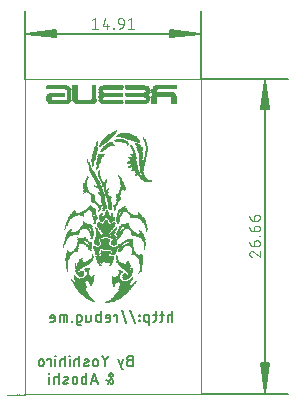
<source format=gbo>
G75*
%MOIN*%
%OFA0B0*%
%FSLAX25Y25*%
%IPPOS*%
%LPD*%
%AMOC8*
5,1,8,0,0,1.08239X$1,22.5*
%
%ADD10C,0.00000*%
%ADD11C,0.00512*%
%ADD12C,0.00400*%
%ADD13R,0.05200X0.00100*%
%ADD14R,0.06200X0.00100*%
%ADD15R,0.05800X0.00100*%
%ADD16R,0.07000X0.00100*%
%ADD17R,0.06900X0.00100*%
%ADD18R,0.01700X0.00100*%
%ADD19R,0.06600X0.00100*%
%ADD20R,0.06400X0.00100*%
%ADD21R,0.07400X0.00100*%
%ADD22R,0.07300X0.00100*%
%ADD23R,0.06800X0.00100*%
%ADD24R,0.07600X0.00100*%
%ADD25R,0.07500X0.00100*%
%ADD26R,0.07200X0.00100*%
%ADD27R,0.07800X0.00100*%
%ADD28R,0.07700X0.00100*%
%ADD29R,0.07900X0.00100*%
%ADD30R,0.08000X0.00100*%
%ADD31R,0.08100X0.00100*%
%ADD32R,0.08200X0.00100*%
%ADD33R,0.08300X0.00100*%
%ADD34R,0.02000X0.00100*%
%ADD35R,0.01800X0.00100*%
%ADD36R,0.01900X0.00100*%
%ADD37R,0.01600X0.00100*%
%ADD38R,0.01500X0.00100*%
%ADD39R,0.06100X0.00100*%
%ADD40R,0.06000X0.00100*%
%ADD41R,0.05900X0.00100*%
%ADD42R,0.05700X0.00100*%
%ADD43R,0.05600X0.00100*%
%ADD44R,0.05400X0.00100*%
%ADD45R,0.05000X0.00100*%
%ADD46R,0.06700X0.00100*%
%ADD47R,0.00100X0.00100*%
%ADD48R,0.00200X0.00100*%
%ADD49R,0.00400X0.00100*%
%ADD50R,0.00600X0.00100*%
%ADD51R,0.00700X0.00100*%
%ADD52R,0.00900X0.00100*%
%ADD53R,0.01000X0.00100*%
%ADD54R,0.01100X0.00100*%
%ADD55R,0.01300X0.00100*%
%ADD56R,0.01400X0.00100*%
%ADD57R,0.02200X0.00100*%
%ADD58R,0.03100X0.00100*%
%ADD59R,0.03800X0.00100*%
%ADD60R,0.04200X0.00100*%
%ADD61R,0.04600X0.00100*%
%ADD62R,0.02100X0.00100*%
%ADD63R,0.06500X0.00100*%
%ADD64R,0.04800X0.00100*%
%ADD65R,0.04300X0.00100*%
%ADD66R,0.00300X0.00100*%
%ADD67R,0.04100X0.00100*%
%ADD68R,0.03900X0.00100*%
%ADD69R,0.03700X0.00100*%
%ADD70R,0.03400X0.00100*%
%ADD71R,0.00500X0.00100*%
%ADD72R,0.03200X0.00100*%
%ADD73R,0.03000X0.00100*%
%ADD74R,0.02800X0.00100*%
%ADD75R,0.02700X0.00100*%
%ADD76R,0.02500X0.00100*%
%ADD77R,0.04000X0.00100*%
%ADD78R,0.03300X0.00100*%
%ADD79R,0.00800X0.00100*%
%ADD80R,0.01200X0.00100*%
%ADD81R,0.02300X0.00100*%
%ADD82R,0.02600X0.00100*%
%ADD83R,0.02900X0.00100*%
%ADD84R,0.02400X0.00100*%
%ADD85R,0.03600X0.00100*%
%ADD86R,0.04400X0.00100*%
%ADD87R,0.04500X0.00100*%
%ADD88R,0.03500X0.00100*%
%ADD89R,0.05500X0.00100*%
%ADD90R,0.05100X0.00100*%
%ADD91R,0.04900X0.00100*%
%ADD92R,0.06300X0.00100*%
%ADD93R,0.05300X0.00100*%
%ADD94C,0.00500*%
D10*
X0001156Y0015874D02*
X0001156Y0016074D01*
X0001100Y0016074D01*
X0001090Y0016072D01*
X0001081Y0016068D01*
X0001073Y0016060D01*
X0001069Y0016051D01*
X0001067Y0016041D01*
X0001067Y0015974D01*
X0001069Y0015964D01*
X0001073Y0015955D01*
X0001081Y0015947D01*
X0001090Y0015943D01*
X0001100Y0015941D01*
X0001156Y0015941D01*
X0001237Y0015941D02*
X0001237Y0016041D01*
X0001239Y0016051D01*
X0001243Y0016060D01*
X0001251Y0016068D01*
X0001260Y0016072D01*
X0001270Y0016074D01*
X0001370Y0016074D01*
X0001370Y0015941D01*
X0001304Y0015941D02*
X0001304Y0016074D01*
X0001445Y0016041D02*
X0001445Y0015974D01*
X0001447Y0015964D01*
X0001451Y0015955D01*
X0001459Y0015947D01*
X0001468Y0015943D01*
X0001478Y0015941D01*
X0001534Y0015941D01*
X0001534Y0016141D01*
X0001534Y0016074D02*
X0001478Y0016074D01*
X0001468Y0016072D01*
X0001459Y0016068D01*
X0001451Y0016060D01*
X0001447Y0016051D01*
X0001445Y0016041D01*
X0001604Y0015952D02*
X0001604Y0015941D01*
X0001615Y0015941D01*
X0001615Y0015952D01*
X0001604Y0015952D01*
X0001680Y0015941D02*
X0001791Y0015941D01*
X0001697Y0016052D01*
X0001730Y0016140D02*
X0001743Y0016139D01*
X0001756Y0016134D01*
X0001768Y0016128D01*
X0001778Y0016119D01*
X0001785Y0016108D01*
X0001791Y0016096D01*
X0001697Y0016052D02*
X0001690Y0016060D01*
X0001684Y0016070D01*
X0001681Y0016080D01*
X0001680Y0016091D01*
X0001682Y0016104D01*
X0001687Y0016116D01*
X0001695Y0016126D01*
X0001705Y0016134D01*
X0001717Y0016139D01*
X0001730Y0016141D01*
X0001916Y0016141D02*
X0001916Y0015941D01*
X0001971Y0015941D02*
X0001860Y0015941D01*
X0002040Y0015941D02*
X0002151Y0015941D01*
X0002057Y0016052D01*
X0002090Y0016140D02*
X0002103Y0016139D01*
X0002116Y0016134D01*
X0002128Y0016128D01*
X0002138Y0016119D01*
X0002145Y0016108D01*
X0002151Y0016096D01*
X0002057Y0016052D02*
X0002050Y0016060D01*
X0002044Y0016070D01*
X0002041Y0016080D01*
X0002040Y0016091D01*
X0002042Y0016104D01*
X0002047Y0016116D01*
X0002055Y0016126D01*
X0002065Y0016134D01*
X0002077Y0016139D01*
X0002090Y0016141D01*
X0001971Y0016096D02*
X0001916Y0016141D01*
X0002220Y0016141D02*
X0002331Y0016141D01*
X0002331Y0016052D01*
X0002264Y0016052D01*
X0002264Y0016051D02*
X0002253Y0016050D01*
X0002242Y0016045D01*
X0002233Y0016038D01*
X0002226Y0016029D01*
X0002221Y0016018D01*
X0002220Y0016007D01*
X0002220Y0015985D01*
X0002222Y0015974D01*
X0002226Y0015963D01*
X0002233Y0015954D01*
X0002242Y0015947D01*
X0002253Y0015942D01*
X0002264Y0015941D01*
X0002331Y0015941D01*
X0002400Y0015996D02*
X0002402Y0015983D01*
X0002406Y0015970D01*
X0002414Y0015959D01*
X0002424Y0015950D01*
X0002436Y0015944D01*
X0002449Y0015940D01*
X0002463Y0015940D01*
X0002476Y0015944D01*
X0002488Y0015950D01*
X0002498Y0015959D01*
X0002506Y0015970D01*
X0002510Y0015983D01*
X0002512Y0015996D01*
X0002674Y0015969D02*
X0002684Y0015992D01*
X0002689Y0016016D01*
X0002691Y0016041D01*
X0002580Y0016041D02*
X0002582Y0016066D01*
X0002587Y0016090D01*
X0002597Y0016113D01*
X0002591Y0016096D02*
X0002680Y0015985D01*
X0002636Y0015941D02*
X0002626Y0015942D01*
X0002616Y0015946D01*
X0002608Y0015952D01*
X0002602Y0015960D01*
X0002597Y0015969D01*
X0002636Y0015941D02*
X0002646Y0015942D01*
X0002656Y0015946D01*
X0002664Y0015952D01*
X0002670Y0015960D01*
X0002675Y0015969D01*
X0002597Y0015969D02*
X0002587Y0015992D01*
X0002582Y0016016D01*
X0002580Y0016041D01*
X0002691Y0016041D02*
X0002689Y0016066D01*
X0002684Y0016090D01*
X0002674Y0016113D01*
X0002636Y0016141D02*
X0002626Y0016140D01*
X0002616Y0016136D01*
X0002608Y0016130D01*
X0002602Y0016122D01*
X0002597Y0016113D01*
X0002636Y0016141D02*
X0002646Y0016140D01*
X0002656Y0016136D01*
X0002664Y0016130D01*
X0002670Y0016122D01*
X0002675Y0016113D01*
X0002804Y0016140D02*
X0002792Y0016138D01*
X0002780Y0016133D01*
X0002771Y0016125D01*
X0002764Y0016114D01*
X0002760Y0016102D01*
X0002760Y0016090D01*
X0002764Y0016078D01*
X0002771Y0016067D01*
X0002780Y0016059D01*
X0002792Y0016054D01*
X0002804Y0016052D01*
X0002849Y0016052D01*
X0002861Y0016041D02*
X0002861Y0015974D01*
X0002863Y0015964D01*
X0002867Y0015955D01*
X0002875Y0015947D01*
X0002884Y0015943D01*
X0002894Y0015941D01*
X0002950Y0015941D01*
X0002940Y0015941D02*
X0003051Y0015941D01*
X0003031Y0015941D02*
X0003031Y0016041D01*
X0003033Y0016051D01*
X0003037Y0016060D01*
X0003045Y0016068D01*
X0003054Y0016072D01*
X0003064Y0016074D01*
X0003164Y0016074D01*
X0003164Y0015941D01*
X0003120Y0015996D02*
X0003122Y0015983D01*
X0003126Y0015970D01*
X0003134Y0015959D01*
X0003144Y0015950D01*
X0003156Y0015944D01*
X0003169Y0015940D01*
X0003183Y0015940D01*
X0003196Y0015944D01*
X0003208Y0015950D01*
X0003218Y0015959D01*
X0003226Y0015970D01*
X0003230Y0015983D01*
X0003232Y0015996D01*
X0003239Y0015974D02*
X0003239Y0016041D01*
X0003241Y0016051D01*
X0003245Y0016060D01*
X0003253Y0016068D01*
X0003262Y0016072D01*
X0003272Y0016074D01*
X0003328Y0016074D01*
X0003328Y0016141D02*
X0003328Y0015941D01*
X0003272Y0015941D01*
X0003262Y0015943D01*
X0003253Y0015947D01*
X0003245Y0015955D01*
X0003241Y0015964D01*
X0003239Y0015974D01*
X0003232Y0015996D02*
X0003230Y0016009D01*
X0003226Y0016022D01*
X0003218Y0016033D01*
X0003208Y0016042D01*
X0003196Y0016048D01*
X0003183Y0016052D01*
X0003169Y0016052D01*
X0003156Y0016048D01*
X0003144Y0016042D01*
X0003134Y0016033D01*
X0003126Y0016022D01*
X0003122Y0016009D01*
X0003120Y0015996D01*
X0003098Y0015941D02*
X0003098Y0016074D01*
X0003051Y0016096D02*
X0002996Y0016141D01*
X0002996Y0015941D01*
X0002950Y0015874D02*
X0002950Y0016074D01*
X0002894Y0016074D01*
X0002884Y0016072D01*
X0002875Y0016068D01*
X0002867Y0016060D01*
X0002863Y0016051D01*
X0002861Y0016041D01*
X0002816Y0016052D02*
X0002803Y0016050D01*
X0002790Y0016046D01*
X0002779Y0016038D01*
X0002770Y0016028D01*
X0002764Y0016016D01*
X0002760Y0016003D01*
X0002760Y0015989D01*
X0002764Y0015976D01*
X0002770Y0015964D01*
X0002779Y0015954D01*
X0002790Y0015946D01*
X0002803Y0015942D01*
X0002816Y0015940D01*
X0002816Y0015941D02*
X0002871Y0015941D01*
X0002871Y0016141D02*
X0002804Y0016141D01*
X0002500Y0016096D02*
X0002498Y0016084D01*
X0002493Y0016072D01*
X0002485Y0016063D01*
X0002474Y0016056D01*
X0002462Y0016052D01*
X0002450Y0016052D01*
X0002438Y0016056D01*
X0002427Y0016063D01*
X0002419Y0016072D01*
X0002414Y0016084D01*
X0002412Y0016096D01*
X0002414Y0016108D01*
X0002419Y0016120D01*
X0002427Y0016129D01*
X0002438Y0016136D01*
X0002450Y0016140D01*
X0002462Y0016140D01*
X0002474Y0016136D01*
X0002485Y0016129D01*
X0002493Y0016120D01*
X0002498Y0016108D01*
X0002500Y0016096D01*
X0002512Y0015996D02*
X0002510Y0016009D01*
X0002506Y0016022D01*
X0002498Y0016033D01*
X0002488Y0016042D01*
X0002476Y0016048D01*
X0002463Y0016052D01*
X0002449Y0016052D01*
X0002436Y0016048D01*
X0002424Y0016042D01*
X0002414Y0016033D01*
X0002406Y0016022D01*
X0002402Y0016009D01*
X0002400Y0015996D01*
X0003132Y0016096D02*
X0003134Y0016084D01*
X0003139Y0016072D01*
X0003147Y0016063D01*
X0003158Y0016056D01*
X0003170Y0016052D01*
X0003182Y0016052D01*
X0003194Y0016056D01*
X0003205Y0016063D01*
X0003213Y0016072D01*
X0003218Y0016084D01*
X0003220Y0016096D01*
X0003218Y0016108D01*
X0003213Y0016120D01*
X0003205Y0016129D01*
X0003194Y0016136D01*
X0003182Y0016140D01*
X0003170Y0016140D01*
X0003158Y0016136D01*
X0003147Y0016129D01*
X0003139Y0016120D01*
X0003134Y0016108D01*
X0003132Y0016096D01*
X0003300Y0016141D02*
X0003356Y0015941D01*
X0003398Y0015941D02*
X0003409Y0015941D01*
X0003409Y0015952D01*
X0003398Y0015952D01*
X0003398Y0015941D01*
X0003480Y0015941D02*
X0003547Y0015941D01*
X0003558Y0015942D01*
X0003569Y0015947D01*
X0003578Y0015954D01*
X0003585Y0015963D01*
X0003590Y0015974D01*
X0003591Y0015985D01*
X0003591Y0016096D01*
X0003590Y0016107D01*
X0003585Y0016118D01*
X0003578Y0016127D01*
X0003569Y0016134D01*
X0003558Y0016139D01*
X0003547Y0016140D01*
X0003547Y0016141D02*
X0003480Y0016141D01*
X0003411Y0016141D02*
X0003300Y0016141D01*
X0003411Y0016141D02*
X0003411Y0016118D01*
X0003480Y0016052D02*
X0003480Y0015941D01*
X0003480Y0015996D02*
X0003480Y0016007D01*
X0003482Y0016018D01*
X0003486Y0016029D01*
X0003493Y0016038D01*
X0003502Y0016045D01*
X0003513Y0016050D01*
X0003524Y0016051D01*
X0003524Y0016052D02*
X0003591Y0016052D01*
X0003591Y0015996D01*
X0003592Y0015996D02*
X0003590Y0015983D01*
X0003586Y0015970D01*
X0003578Y0015959D01*
X0003568Y0015950D01*
X0003556Y0015944D01*
X0003543Y0015940D01*
X0003529Y0015940D01*
X0003516Y0015944D01*
X0003504Y0015950D01*
X0003494Y0015959D01*
X0003486Y0015970D01*
X0003482Y0015983D01*
X0003480Y0015996D01*
X0003480Y0016052D02*
X0003513Y0016052D01*
X0003591Y0016052D02*
X0003589Y0016069D01*
X0003584Y0016086D01*
X0003576Y0016101D01*
X0003565Y0016115D01*
X0003551Y0016126D01*
X0003536Y0016134D01*
X0003519Y0016139D01*
X0003502Y0016141D01*
X0003660Y0016141D02*
X0003716Y0015941D01*
X0003672Y0015996D02*
X0003674Y0015983D01*
X0003678Y0015970D01*
X0003686Y0015959D01*
X0003696Y0015950D01*
X0003708Y0015944D01*
X0003721Y0015940D01*
X0003735Y0015940D01*
X0003748Y0015944D01*
X0003760Y0015950D01*
X0003770Y0015959D01*
X0003778Y0015970D01*
X0003782Y0015983D01*
X0003784Y0015996D01*
X0003783Y0015996D02*
X0003783Y0016141D01*
X0003771Y0016141D02*
X0003660Y0016141D01*
X0003672Y0016141D02*
X0003672Y0015996D01*
X0003771Y0016118D02*
X0003771Y0016141D01*
X0003852Y0016096D02*
X0003854Y0016084D01*
X0003859Y0016072D01*
X0003867Y0016063D01*
X0003878Y0016056D01*
X0003890Y0016052D01*
X0003902Y0016052D01*
X0003914Y0016056D01*
X0003925Y0016063D01*
X0003933Y0016072D01*
X0003938Y0016084D01*
X0003940Y0016096D01*
X0003906Y0016140D02*
X0003894Y0016138D01*
X0003882Y0016133D01*
X0003873Y0016125D01*
X0003866Y0016114D01*
X0003862Y0016102D01*
X0003862Y0016090D01*
X0003866Y0016078D01*
X0003873Y0016067D01*
X0003882Y0016059D01*
X0003894Y0016054D01*
X0003906Y0016052D01*
X0003962Y0016052D01*
X0003906Y0016052D02*
X0003893Y0016050D01*
X0003880Y0016046D01*
X0003869Y0016038D01*
X0003860Y0016028D01*
X0003854Y0016016D01*
X0003850Y0016003D01*
X0003850Y0015989D01*
X0003854Y0015976D01*
X0003860Y0015964D01*
X0003869Y0015954D01*
X0003880Y0015946D01*
X0003893Y0015942D01*
X0003906Y0015940D01*
X0003906Y0015941D02*
X0003962Y0015941D01*
X0003962Y0016141D01*
X0003906Y0016141D01*
X0003940Y0016096D02*
X0003938Y0016108D01*
X0003933Y0016120D01*
X0003925Y0016129D01*
X0003914Y0016136D01*
X0003902Y0016140D01*
X0003890Y0016140D01*
X0003878Y0016136D01*
X0003867Y0016129D01*
X0003859Y0016120D01*
X0003854Y0016108D01*
X0003852Y0016096D01*
X0003840Y0015996D02*
X0003842Y0015983D01*
X0003846Y0015970D01*
X0003854Y0015959D01*
X0003864Y0015950D01*
X0003876Y0015944D01*
X0003889Y0015940D01*
X0003903Y0015940D01*
X0003916Y0015944D01*
X0003928Y0015950D01*
X0003938Y0015959D01*
X0003946Y0015970D01*
X0003950Y0015983D01*
X0003952Y0015996D01*
X0003950Y0016009D01*
X0003946Y0016022D01*
X0003938Y0016033D01*
X0003928Y0016042D01*
X0003916Y0016048D01*
X0003903Y0016052D01*
X0003889Y0016052D01*
X0003876Y0016048D01*
X0003864Y0016042D01*
X0003854Y0016033D01*
X0003846Y0016022D01*
X0003842Y0016009D01*
X0003840Y0015996D01*
X0004030Y0015941D02*
X0004119Y0015941D01*
X0004119Y0016141D01*
X0004030Y0016141D01*
X0004065Y0016141D02*
X0004131Y0016141D01*
X0004065Y0016140D02*
X0004053Y0016138D01*
X0004041Y0016133D01*
X0004032Y0016125D01*
X0004025Y0016114D01*
X0004021Y0016102D01*
X0004021Y0016090D01*
X0004025Y0016078D01*
X0004032Y0016067D01*
X0004041Y0016059D01*
X0004053Y0016054D01*
X0004065Y0016052D01*
X0004109Y0016052D01*
X0004119Y0016052D02*
X0004052Y0016052D01*
X0004076Y0016052D02*
X0004063Y0016050D01*
X0004050Y0016046D01*
X0004039Y0016038D01*
X0004030Y0016028D01*
X0004024Y0016016D01*
X0004020Y0016003D01*
X0004020Y0015989D01*
X0004024Y0015976D01*
X0004030Y0015964D01*
X0004039Y0015954D01*
X0004050Y0015946D01*
X0004063Y0015942D01*
X0004076Y0015940D01*
X0004076Y0015941D02*
X0004131Y0015941D01*
X0004194Y0015941D02*
X0004238Y0016030D01*
X0004249Y0016030D02*
X0004305Y0016030D01*
X0004311Y0016096D02*
X0004305Y0016108D01*
X0004298Y0016119D01*
X0004288Y0016128D01*
X0004276Y0016134D01*
X0004263Y0016139D01*
X0004250Y0016140D01*
X0004249Y0016141D02*
X0004305Y0016141D01*
X0004305Y0015941D01*
X0004311Y0015941D02*
X0004200Y0015941D01*
X0004311Y0015941D02*
X0004217Y0016052D01*
X0004249Y0016029D02*
X0004236Y0016031D01*
X0004223Y0016035D01*
X0004212Y0016043D01*
X0004203Y0016053D01*
X0004197Y0016065D01*
X0004193Y0016078D01*
X0004193Y0016092D01*
X0004197Y0016105D01*
X0004203Y0016117D01*
X0004212Y0016127D01*
X0004223Y0016135D01*
X0004236Y0016139D01*
X0004249Y0016141D01*
X0004250Y0016141D02*
X0004237Y0016139D01*
X0004225Y0016134D01*
X0004215Y0016126D01*
X0004207Y0016116D01*
X0004202Y0016104D01*
X0004200Y0016091D01*
X0004201Y0016080D01*
X0004204Y0016070D01*
X0004210Y0016060D01*
X0004217Y0016052D01*
X0004373Y0016163D02*
X0004462Y0015918D01*
X0004373Y0016163D01*
X0004529Y0016074D02*
X0004529Y0015941D01*
X0004585Y0015941D01*
X0004529Y0015941D01*
X0004529Y0016074D01*
X0004618Y0016074D02*
X0004618Y0015974D01*
X0004618Y0016074D01*
X0004677Y0016074D02*
X0004677Y0016052D01*
X0004677Y0016074D01*
X0004744Y0016074D01*
X0004744Y0015941D01*
X0004744Y0016074D01*
X0004677Y0016074D01*
X0004618Y0015974D02*
X0004616Y0015964D01*
X0004612Y0015955D01*
X0004604Y0015947D01*
X0004595Y0015943D01*
X0004585Y0015941D01*
X0004595Y0015943D01*
X0004604Y0015947D01*
X0004612Y0015955D01*
X0004616Y0015964D01*
X0004618Y0015974D01*
X0004824Y0015941D02*
X0004824Y0016141D01*
X0004824Y0015941D01*
X0004879Y0015941D01*
X0004824Y0015941D01*
X0004879Y0015941D02*
X0004889Y0015943D01*
X0004898Y0015947D01*
X0004906Y0015955D01*
X0004910Y0015964D01*
X0004912Y0015974D01*
X0004913Y0015974D02*
X0004913Y0016041D01*
X0004913Y0015974D01*
X0004912Y0015974D02*
X0004910Y0015964D01*
X0004906Y0015955D01*
X0004898Y0015947D01*
X0004889Y0015943D01*
X0004879Y0015941D01*
X0004912Y0016041D02*
X0004910Y0016051D01*
X0004906Y0016060D01*
X0004898Y0016068D01*
X0004889Y0016072D01*
X0004879Y0016074D01*
X0004824Y0016074D01*
X0004879Y0016074D01*
X0004889Y0016072D01*
X0004898Y0016068D01*
X0004906Y0016060D01*
X0004910Y0016051D01*
X0004912Y0016041D01*
X0004973Y0016163D02*
X0005062Y0015918D01*
X0004973Y0016163D01*
X0005180Y0016141D02*
X0005180Y0015941D01*
X0005180Y0016141D01*
X0005235Y0016096D01*
X0005180Y0016141D01*
X0005487Y0016041D02*
X0005485Y0016016D01*
X0005480Y0015992D01*
X0005470Y0015969D01*
X0005476Y0015985D02*
X0005387Y0016096D01*
X0005476Y0015985D01*
X0005432Y0015941D02*
X0005422Y0015942D01*
X0005412Y0015946D01*
X0005404Y0015952D01*
X0005398Y0015960D01*
X0005393Y0015969D01*
X0005432Y0015941D02*
X0005442Y0015942D01*
X0005452Y0015946D01*
X0005460Y0015952D01*
X0005466Y0015960D01*
X0005471Y0015969D01*
X0005466Y0015960D01*
X0005460Y0015952D01*
X0005452Y0015946D01*
X0005442Y0015942D01*
X0005432Y0015941D01*
X0005422Y0015942D01*
X0005412Y0015946D01*
X0005404Y0015952D01*
X0005398Y0015960D01*
X0005393Y0015969D01*
X0005311Y0015952D02*
X0005300Y0015952D01*
X0005300Y0015941D01*
X0005311Y0015941D01*
X0005311Y0015952D01*
X0005300Y0015952D01*
X0005300Y0015941D01*
X0005311Y0015941D01*
X0005311Y0015952D01*
X0005235Y0015941D02*
X0005124Y0015941D01*
X0005235Y0015941D01*
X0005470Y0015969D02*
X0005480Y0015992D01*
X0005485Y0016016D01*
X0005487Y0016041D01*
X0005376Y0016041D02*
X0005378Y0016066D01*
X0005383Y0016090D01*
X0005393Y0016113D01*
X0005398Y0016122D01*
X0005404Y0016130D01*
X0005412Y0016136D01*
X0005422Y0016140D01*
X0005432Y0016141D01*
X0005442Y0016140D01*
X0005452Y0016136D01*
X0005460Y0016130D01*
X0005466Y0016122D01*
X0005471Y0016113D01*
X0005466Y0016122D01*
X0005460Y0016130D01*
X0005452Y0016136D01*
X0005442Y0016140D01*
X0005432Y0016141D01*
X0005422Y0016140D01*
X0005412Y0016136D01*
X0005404Y0016130D01*
X0005398Y0016122D01*
X0005393Y0016113D01*
X0005470Y0016113D02*
X0005480Y0016090D01*
X0005485Y0016066D01*
X0005487Y0016041D01*
X0005376Y0016041D02*
X0005378Y0016066D01*
X0005383Y0016090D01*
X0005393Y0016113D01*
X0005470Y0016113D02*
X0005480Y0016090D01*
X0005485Y0016066D01*
X0005487Y0016041D01*
X0005376Y0016041D02*
X0005378Y0016016D01*
X0005383Y0015992D01*
X0005393Y0015969D01*
X0005552Y0015952D02*
X0005552Y0015941D01*
X0005563Y0015941D01*
X0005563Y0015952D01*
X0005552Y0015952D01*
X0005552Y0015941D01*
X0005563Y0015941D01*
X0005563Y0015952D01*
X0005552Y0015952D01*
X0005393Y0015969D02*
X0005383Y0015992D01*
X0005378Y0016016D01*
X0005376Y0016041D01*
X0005628Y0016030D02*
X0005628Y0016085D01*
X0005628Y0016030D01*
X0005695Y0016030D01*
X0005628Y0016030D01*
X0005628Y0016085D02*
X0005630Y0016098D01*
X0005634Y0016111D01*
X0005642Y0016122D01*
X0005652Y0016131D01*
X0005664Y0016137D01*
X0005677Y0016141D01*
X0005691Y0016141D01*
X0005704Y0016137D01*
X0005716Y0016131D01*
X0005726Y0016122D01*
X0005734Y0016111D01*
X0005738Y0016098D01*
X0005740Y0016085D01*
X0005739Y0016085D02*
X0005739Y0016074D01*
X0005739Y0016085D01*
X0005739Y0016074D02*
X0005738Y0016063D01*
X0005733Y0016052D01*
X0005726Y0016043D01*
X0005717Y0016036D01*
X0005706Y0016031D01*
X0005695Y0016030D01*
X0005628Y0016030D02*
X0005630Y0016013D01*
X0005635Y0015996D01*
X0005643Y0015981D01*
X0005654Y0015967D01*
X0005668Y0015956D01*
X0005683Y0015948D01*
X0005700Y0015943D01*
X0005717Y0015941D01*
X0005700Y0015943D01*
X0005683Y0015948D01*
X0005668Y0015956D01*
X0005654Y0015967D01*
X0005643Y0015981D01*
X0005635Y0015996D01*
X0005630Y0016013D01*
X0005628Y0016030D01*
X0005628Y0016085D02*
X0005630Y0016098D01*
X0005634Y0016111D01*
X0005642Y0016122D01*
X0005652Y0016131D01*
X0005664Y0016137D01*
X0005677Y0016141D01*
X0005691Y0016141D01*
X0005704Y0016137D01*
X0005716Y0016131D01*
X0005726Y0016122D01*
X0005734Y0016111D01*
X0005738Y0016098D01*
X0005740Y0016085D01*
X0005739Y0016074D02*
X0005738Y0016063D01*
X0005733Y0016052D01*
X0005726Y0016043D01*
X0005717Y0016036D01*
X0005706Y0016031D01*
X0005695Y0016030D01*
X0005896Y0015941D02*
X0005985Y0015941D01*
X0005985Y0016141D01*
X0005896Y0016141D01*
X0005985Y0016141D01*
X0005985Y0015941D01*
X0005896Y0015941D01*
X0005918Y0016052D02*
X0005985Y0016052D01*
X0005918Y0016052D01*
X0006052Y0015941D02*
X0006141Y0015941D01*
X0006141Y0016141D01*
X0006141Y0015941D01*
X0006052Y0015941D01*
X0006222Y0015941D02*
X0006289Y0015941D01*
X0006222Y0015941D01*
X0006222Y0016052D01*
X0006255Y0016052D01*
X0006222Y0016052D01*
X0006222Y0015941D01*
X0006289Y0015941D02*
X0006300Y0015942D01*
X0006311Y0015947D01*
X0006320Y0015954D01*
X0006327Y0015963D01*
X0006332Y0015974D01*
X0006333Y0015985D01*
X0006333Y0016096D01*
X0006333Y0015985D01*
X0006332Y0015974D01*
X0006327Y0015963D01*
X0006320Y0015954D01*
X0006311Y0015947D01*
X0006300Y0015942D01*
X0006289Y0015941D01*
X0006397Y0015941D02*
X0006464Y0016141D01*
X0006530Y0015941D01*
X0006464Y0016141D01*
X0006397Y0015941D01*
X0006414Y0015991D02*
X0006514Y0015991D01*
X0006414Y0015991D01*
X0006333Y0016096D02*
X0006332Y0016107D01*
X0006327Y0016118D01*
X0006320Y0016127D01*
X0006311Y0016134D01*
X0006300Y0016139D01*
X0006289Y0016140D01*
X0006289Y0016141D02*
X0006222Y0016141D01*
X0006289Y0016141D01*
X0006289Y0016140D02*
X0006300Y0016139D01*
X0006311Y0016134D01*
X0006320Y0016127D01*
X0006327Y0016118D01*
X0006332Y0016107D01*
X0006333Y0016096D01*
X0006580Y0016141D02*
X0006669Y0016141D01*
X0006669Y0015941D01*
X0006580Y0015941D01*
X0006669Y0015941D01*
X0006669Y0016141D01*
X0006580Y0016141D01*
X0006602Y0016052D02*
X0006669Y0016052D01*
X0006602Y0016052D01*
X0006737Y0016163D02*
X0006826Y0015918D01*
X0006737Y0016163D01*
X0006890Y0016057D02*
X0006890Y0016046D01*
X0006901Y0016046D01*
X0006901Y0016057D01*
X0006890Y0016057D01*
X0006890Y0016046D01*
X0006901Y0016046D01*
X0006901Y0016057D01*
X0006890Y0016057D01*
X0006890Y0015968D02*
X0006890Y0015957D01*
X0006901Y0015957D01*
X0006901Y0015968D01*
X0006890Y0015968D01*
X0006890Y0015957D01*
X0006901Y0015957D01*
X0006901Y0015968D01*
X0006890Y0015968D01*
X0006964Y0015941D02*
X0007009Y0015941D01*
X0006964Y0015941D01*
X0007009Y0015941D02*
X0007020Y0015942D01*
X0007031Y0015947D01*
X0007040Y0015954D01*
X0007047Y0015963D01*
X0007052Y0015974D01*
X0007053Y0015985D01*
X0007053Y0016096D01*
X0007053Y0015985D01*
X0007052Y0015974D01*
X0007047Y0015963D01*
X0007040Y0015954D01*
X0007031Y0015947D01*
X0007020Y0015942D01*
X0007009Y0015941D01*
X0007053Y0016096D02*
X0007052Y0016107D01*
X0007047Y0016118D01*
X0007040Y0016127D01*
X0007031Y0016134D01*
X0007020Y0016139D01*
X0007009Y0016140D01*
X0007009Y0016141D02*
X0006964Y0016141D01*
X0007009Y0016141D01*
X0007009Y0016140D02*
X0007020Y0016139D01*
X0007031Y0016134D01*
X0007040Y0016127D01*
X0007047Y0016118D01*
X0007052Y0016107D01*
X0007053Y0016096D01*
X0007053Y0016441D02*
X0007053Y0121401D01*
X0065754Y0121401D01*
X0065754Y0016441D01*
X0007053Y0016441D01*
D11*
X0065754Y0016441D02*
X0094730Y0016441D01*
X0087053Y0016697D02*
X0088077Y0026677D01*
X0088310Y0026677D02*
X0087053Y0016697D01*
X0086030Y0026677D01*
X0085796Y0026677D02*
X0088310Y0026677D01*
X0087565Y0026677D02*
X0087053Y0016697D01*
X0086542Y0026677D01*
X0085796Y0026677D02*
X0087053Y0016697D01*
X0087053Y0121145D01*
X0088077Y0111165D01*
X0088310Y0111165D02*
X0087053Y0121145D01*
X0086030Y0111165D01*
X0085796Y0111165D02*
X0088310Y0111165D01*
X0087565Y0111165D02*
X0087053Y0121145D01*
X0086542Y0111165D01*
X0085796Y0111165D02*
X0087053Y0121145D01*
X0094730Y0121401D02*
X0065754Y0121401D01*
X0065754Y0144118D01*
X0065498Y0136441D02*
X0055518Y0135417D01*
X0055518Y0135184D02*
X0065498Y0136441D01*
X0055518Y0137464D01*
X0055518Y0137698D02*
X0055518Y0135184D01*
X0055518Y0135929D02*
X0065498Y0136441D01*
X0055518Y0136952D01*
X0055518Y0137698D02*
X0065498Y0136441D01*
X0007309Y0136441D01*
X0017290Y0135417D01*
X0017290Y0135184D02*
X0007309Y0136441D01*
X0017290Y0137464D01*
X0017290Y0137698D02*
X0017290Y0135184D01*
X0017290Y0135929D02*
X0007309Y0136441D01*
X0017290Y0136952D01*
X0017290Y0137698D02*
X0007309Y0136441D01*
X0007053Y0144118D02*
X0007053Y0121401D01*
D12*
X0029488Y0138137D02*
X0031453Y0138137D01*
X0030470Y0138137D02*
X0030470Y0141674D01*
X0029488Y0140888D01*
X0033031Y0138923D02*
X0034996Y0138923D01*
X0034406Y0139709D02*
X0034406Y0138137D01*
X0033031Y0138923D02*
X0033817Y0141674D01*
X0036395Y0138333D02*
X0036592Y0138333D01*
X0036592Y0138137D01*
X0036395Y0138137D01*
X0036395Y0138333D01*
X0038385Y0138137D02*
X0038462Y0138139D01*
X0038539Y0138145D01*
X0038616Y0138154D01*
X0038692Y0138167D01*
X0038767Y0138184D01*
X0038841Y0138205D01*
X0038915Y0138229D01*
X0038987Y0138257D01*
X0039057Y0138288D01*
X0039126Y0138323D01*
X0039193Y0138361D01*
X0039258Y0138402D01*
X0039321Y0138446D01*
X0039382Y0138494D01*
X0039441Y0138544D01*
X0039497Y0138597D01*
X0039550Y0138653D01*
X0039600Y0138712D01*
X0039648Y0138773D01*
X0039692Y0138836D01*
X0039733Y0138901D01*
X0039771Y0138968D01*
X0039806Y0139037D01*
X0039837Y0139107D01*
X0039865Y0139179D01*
X0039889Y0139253D01*
X0039910Y0139327D01*
X0039927Y0139402D01*
X0039940Y0139478D01*
X0039949Y0139555D01*
X0039955Y0139632D01*
X0039957Y0139709D01*
X0039957Y0140691D01*
X0039957Y0139709D02*
X0038778Y0139709D01*
X0038724Y0139711D01*
X0038671Y0139716D01*
X0038618Y0139725D01*
X0038566Y0139738D01*
X0038515Y0139754D01*
X0038465Y0139774D01*
X0038416Y0139797D01*
X0038370Y0139823D01*
X0038325Y0139853D01*
X0038282Y0139885D01*
X0038242Y0139921D01*
X0038204Y0139959D01*
X0038168Y0139999D01*
X0038136Y0140042D01*
X0038106Y0140087D01*
X0038080Y0140133D01*
X0038057Y0140182D01*
X0038037Y0140232D01*
X0038021Y0140283D01*
X0038008Y0140335D01*
X0037999Y0140388D01*
X0037994Y0140441D01*
X0037992Y0140495D01*
X0037992Y0140691D01*
X0037994Y0140753D01*
X0038000Y0140814D01*
X0038009Y0140875D01*
X0038023Y0140935D01*
X0038040Y0140994D01*
X0038061Y0141052D01*
X0038085Y0141109D01*
X0038113Y0141164D01*
X0038145Y0141217D01*
X0038180Y0141268D01*
X0038217Y0141317D01*
X0038258Y0141363D01*
X0038302Y0141407D01*
X0038348Y0141448D01*
X0038397Y0141485D01*
X0038448Y0141520D01*
X0038501Y0141552D01*
X0038556Y0141580D01*
X0038613Y0141604D01*
X0038671Y0141625D01*
X0038730Y0141642D01*
X0038790Y0141656D01*
X0038851Y0141665D01*
X0038912Y0141671D01*
X0038974Y0141673D01*
X0039036Y0141671D01*
X0039097Y0141665D01*
X0039158Y0141656D01*
X0039218Y0141642D01*
X0039277Y0141625D01*
X0039335Y0141604D01*
X0039392Y0141580D01*
X0039447Y0141552D01*
X0039500Y0141520D01*
X0039551Y0141485D01*
X0039600Y0141448D01*
X0039646Y0141407D01*
X0039690Y0141363D01*
X0039731Y0141317D01*
X0039768Y0141268D01*
X0039803Y0141217D01*
X0039835Y0141164D01*
X0039863Y0141109D01*
X0039887Y0141052D01*
X0039908Y0140994D01*
X0039925Y0140935D01*
X0039939Y0140875D01*
X0039948Y0140814D01*
X0039954Y0140753D01*
X0039956Y0140691D01*
X0041535Y0140888D02*
X0042517Y0141674D01*
X0042517Y0138137D01*
X0041535Y0138137D02*
X0043500Y0138137D01*
X0081820Y0075624D02*
X0081822Y0075547D01*
X0081828Y0075470D01*
X0081837Y0075393D01*
X0081850Y0075317D01*
X0081867Y0075242D01*
X0081888Y0075168D01*
X0081912Y0075094D01*
X0081940Y0075022D01*
X0081971Y0074952D01*
X0082006Y0074883D01*
X0082044Y0074816D01*
X0082085Y0074751D01*
X0082129Y0074688D01*
X0082177Y0074627D01*
X0082227Y0074568D01*
X0082280Y0074512D01*
X0082336Y0074459D01*
X0082395Y0074409D01*
X0082456Y0074361D01*
X0082519Y0074317D01*
X0082584Y0074276D01*
X0082651Y0074238D01*
X0082720Y0074203D01*
X0082790Y0074172D01*
X0082862Y0074144D01*
X0082936Y0074120D01*
X0083010Y0074099D01*
X0083085Y0074082D01*
X0083161Y0074069D01*
X0083238Y0074060D01*
X0083315Y0074054D01*
X0083392Y0074052D01*
X0084375Y0074052D01*
X0084437Y0074054D01*
X0084498Y0074060D01*
X0084559Y0074069D01*
X0084619Y0074083D01*
X0084679Y0074100D01*
X0084737Y0074121D01*
X0084794Y0074146D01*
X0084849Y0074174D01*
X0084902Y0074205D01*
X0084953Y0074240D01*
X0085002Y0074278D01*
X0085048Y0074318D01*
X0085092Y0074362D01*
X0085132Y0074408D01*
X0085170Y0074457D01*
X0085205Y0074508D01*
X0085236Y0074561D01*
X0085264Y0074616D01*
X0085289Y0074673D01*
X0085310Y0074731D01*
X0085327Y0074791D01*
X0085341Y0074851D01*
X0085350Y0074912D01*
X0085356Y0074973D01*
X0085358Y0075035D01*
X0085356Y0075097D01*
X0085350Y0075158D01*
X0085341Y0075219D01*
X0085327Y0075279D01*
X0085310Y0075339D01*
X0085289Y0075397D01*
X0085264Y0075454D01*
X0085236Y0075509D01*
X0085205Y0075562D01*
X0085170Y0075613D01*
X0085132Y0075662D01*
X0085092Y0075708D01*
X0085048Y0075752D01*
X0085002Y0075792D01*
X0084953Y0075830D01*
X0084902Y0075865D01*
X0084849Y0075896D01*
X0084794Y0075924D01*
X0084737Y0075949D01*
X0084679Y0075970D01*
X0084619Y0075987D01*
X0084559Y0076001D01*
X0084498Y0076010D01*
X0084437Y0076016D01*
X0084375Y0076018D01*
X0084375Y0076017D02*
X0084178Y0076017D01*
X0084124Y0076015D01*
X0084071Y0076010D01*
X0084018Y0076001D01*
X0083966Y0075988D01*
X0083915Y0075972D01*
X0083865Y0075952D01*
X0083816Y0075929D01*
X0083770Y0075903D01*
X0083725Y0075873D01*
X0083682Y0075841D01*
X0083642Y0075805D01*
X0083604Y0075767D01*
X0083568Y0075727D01*
X0083536Y0075684D01*
X0083506Y0075639D01*
X0083480Y0075593D01*
X0083457Y0075544D01*
X0083437Y0075494D01*
X0083421Y0075443D01*
X0083408Y0075391D01*
X0083399Y0075338D01*
X0083394Y0075285D01*
X0083392Y0075231D01*
X0083392Y0074052D01*
X0084178Y0072474D02*
X0084375Y0072474D01*
X0084178Y0072474D02*
X0084124Y0072472D01*
X0084071Y0072467D01*
X0084018Y0072458D01*
X0083966Y0072445D01*
X0083915Y0072429D01*
X0083865Y0072409D01*
X0083816Y0072386D01*
X0083770Y0072360D01*
X0083725Y0072330D01*
X0083682Y0072298D01*
X0083642Y0072262D01*
X0083604Y0072224D01*
X0083568Y0072184D01*
X0083536Y0072141D01*
X0083506Y0072096D01*
X0083480Y0072050D01*
X0083457Y0072001D01*
X0083437Y0071951D01*
X0083421Y0071900D01*
X0083408Y0071848D01*
X0083399Y0071795D01*
X0083394Y0071742D01*
X0083392Y0071688D01*
X0083392Y0070509D01*
X0084375Y0070509D01*
X0084375Y0070508D02*
X0084437Y0070510D01*
X0084498Y0070516D01*
X0084559Y0070525D01*
X0084619Y0070539D01*
X0084679Y0070556D01*
X0084737Y0070577D01*
X0084794Y0070602D01*
X0084849Y0070630D01*
X0084902Y0070661D01*
X0084953Y0070696D01*
X0085002Y0070734D01*
X0085048Y0070774D01*
X0085092Y0070818D01*
X0085132Y0070864D01*
X0085170Y0070913D01*
X0085205Y0070964D01*
X0085236Y0071017D01*
X0085264Y0071072D01*
X0085289Y0071129D01*
X0085310Y0071187D01*
X0085327Y0071247D01*
X0085341Y0071307D01*
X0085350Y0071368D01*
X0085356Y0071429D01*
X0085358Y0071491D01*
X0085356Y0071553D01*
X0085350Y0071614D01*
X0085341Y0071675D01*
X0085327Y0071735D01*
X0085310Y0071795D01*
X0085289Y0071853D01*
X0085264Y0071910D01*
X0085236Y0071965D01*
X0085205Y0072018D01*
X0085170Y0072069D01*
X0085132Y0072118D01*
X0085092Y0072164D01*
X0085048Y0072208D01*
X0085002Y0072248D01*
X0084953Y0072286D01*
X0084902Y0072321D01*
X0084849Y0072352D01*
X0084794Y0072380D01*
X0084737Y0072405D01*
X0084679Y0072426D01*
X0084619Y0072443D01*
X0084559Y0072457D01*
X0084498Y0072466D01*
X0084437Y0072472D01*
X0084375Y0072474D01*
X0083392Y0070509D02*
X0083315Y0070511D01*
X0083238Y0070517D01*
X0083161Y0070526D01*
X0083085Y0070539D01*
X0083010Y0070556D01*
X0082936Y0070577D01*
X0082862Y0070601D01*
X0082790Y0070629D01*
X0082720Y0070660D01*
X0082651Y0070695D01*
X0082584Y0070733D01*
X0082519Y0070774D01*
X0082456Y0070818D01*
X0082395Y0070866D01*
X0082336Y0070916D01*
X0082280Y0070969D01*
X0082227Y0071025D01*
X0082177Y0071084D01*
X0082129Y0071145D01*
X0082085Y0071208D01*
X0082044Y0071273D01*
X0082006Y0071340D01*
X0081971Y0071409D01*
X0081940Y0071479D01*
X0081912Y0071551D01*
X0081888Y0071625D01*
X0081867Y0071699D01*
X0081850Y0071774D01*
X0081837Y0071850D01*
X0081828Y0071927D01*
X0081822Y0072004D01*
X0081820Y0072081D01*
X0085161Y0069109D02*
X0085357Y0069109D01*
X0085357Y0068913D01*
X0085161Y0068913D01*
X0085161Y0069109D01*
X0084375Y0067513D02*
X0084178Y0067513D01*
X0084124Y0067511D01*
X0084071Y0067506D01*
X0084018Y0067497D01*
X0083966Y0067484D01*
X0083915Y0067468D01*
X0083865Y0067448D01*
X0083816Y0067425D01*
X0083770Y0067399D01*
X0083725Y0067369D01*
X0083682Y0067337D01*
X0083642Y0067301D01*
X0083604Y0067263D01*
X0083568Y0067223D01*
X0083536Y0067180D01*
X0083506Y0067135D01*
X0083480Y0067089D01*
X0083457Y0067040D01*
X0083437Y0066990D01*
X0083421Y0066939D01*
X0083408Y0066887D01*
X0083399Y0066834D01*
X0083394Y0066781D01*
X0083392Y0066727D01*
X0083392Y0065548D01*
X0084375Y0065548D01*
X0084437Y0065550D01*
X0084498Y0065556D01*
X0084559Y0065565D01*
X0084619Y0065579D01*
X0084679Y0065596D01*
X0084737Y0065617D01*
X0084794Y0065642D01*
X0084849Y0065670D01*
X0084902Y0065701D01*
X0084953Y0065736D01*
X0085002Y0065774D01*
X0085048Y0065814D01*
X0085092Y0065858D01*
X0085132Y0065904D01*
X0085170Y0065953D01*
X0085205Y0066004D01*
X0085236Y0066057D01*
X0085264Y0066112D01*
X0085289Y0066169D01*
X0085310Y0066227D01*
X0085327Y0066287D01*
X0085341Y0066347D01*
X0085350Y0066408D01*
X0085356Y0066469D01*
X0085358Y0066531D01*
X0085356Y0066593D01*
X0085350Y0066654D01*
X0085341Y0066715D01*
X0085327Y0066775D01*
X0085310Y0066835D01*
X0085289Y0066893D01*
X0085264Y0066950D01*
X0085236Y0067005D01*
X0085205Y0067058D01*
X0085170Y0067109D01*
X0085132Y0067158D01*
X0085092Y0067204D01*
X0085048Y0067248D01*
X0085002Y0067288D01*
X0084953Y0067326D01*
X0084902Y0067361D01*
X0084849Y0067392D01*
X0084794Y0067420D01*
X0084737Y0067445D01*
X0084679Y0067466D01*
X0084619Y0067483D01*
X0084559Y0067497D01*
X0084498Y0067506D01*
X0084437Y0067512D01*
X0084375Y0067514D01*
X0083392Y0065548D02*
X0083315Y0065550D01*
X0083238Y0065556D01*
X0083161Y0065565D01*
X0083085Y0065578D01*
X0083010Y0065595D01*
X0082936Y0065616D01*
X0082862Y0065640D01*
X0082790Y0065668D01*
X0082720Y0065699D01*
X0082651Y0065734D01*
X0082584Y0065772D01*
X0082519Y0065813D01*
X0082456Y0065857D01*
X0082395Y0065905D01*
X0082336Y0065955D01*
X0082280Y0066008D01*
X0082227Y0066064D01*
X0082177Y0066123D01*
X0082129Y0066184D01*
X0082085Y0066247D01*
X0082044Y0066312D01*
X0082006Y0066379D01*
X0081971Y0066448D01*
X0081940Y0066518D01*
X0081912Y0066590D01*
X0081888Y0066664D01*
X0081867Y0066738D01*
X0081850Y0066813D01*
X0081837Y0066889D01*
X0081828Y0066966D01*
X0081822Y0067043D01*
X0081820Y0067120D01*
X0083392Y0063675D02*
X0085357Y0062005D01*
X0085357Y0063970D01*
X0082606Y0062005D02*
X0082545Y0062027D01*
X0082485Y0062052D01*
X0082427Y0062081D01*
X0082370Y0062113D01*
X0082315Y0062148D01*
X0082263Y0062186D01*
X0082213Y0062227D01*
X0082165Y0062271D01*
X0082120Y0062317D01*
X0082077Y0062366D01*
X0082037Y0062418D01*
X0082001Y0062471D01*
X0081967Y0062527D01*
X0081937Y0062584D01*
X0081910Y0062643D01*
X0081886Y0062704D01*
X0081866Y0062766D01*
X0081850Y0062829D01*
X0081837Y0062892D01*
X0081827Y0062956D01*
X0081822Y0063021D01*
X0081820Y0063086D01*
X0081821Y0063086D02*
X0081823Y0063144D01*
X0081829Y0063201D01*
X0081838Y0063258D01*
X0081851Y0063315D01*
X0081868Y0063370D01*
X0081888Y0063424D01*
X0081912Y0063477D01*
X0081939Y0063528D01*
X0081970Y0063577D01*
X0082004Y0063624D01*
X0082040Y0063669D01*
X0082080Y0063711D01*
X0082122Y0063751D01*
X0082167Y0063787D01*
X0082214Y0063821D01*
X0082263Y0063852D01*
X0082314Y0063879D01*
X0082367Y0063903D01*
X0082421Y0063923D01*
X0082476Y0063940D01*
X0082533Y0063953D01*
X0082590Y0063962D01*
X0082647Y0063968D01*
X0082705Y0063970D01*
X0082764Y0063968D01*
X0082823Y0063963D01*
X0082881Y0063953D01*
X0082939Y0063941D01*
X0082996Y0063924D01*
X0083052Y0063904D01*
X0083106Y0063881D01*
X0083159Y0063854D01*
X0083210Y0063825D01*
X0083259Y0063792D01*
X0083306Y0063756D01*
X0083351Y0063717D01*
X0083393Y0063675D01*
D13*
X0041603Y0101741D03*
X0034103Y0071641D03*
X0018303Y0112841D03*
X0017703Y0116241D03*
D14*
X0018303Y0112941D03*
X0040703Y0102041D03*
X0034703Y0065041D03*
X0033603Y0061741D03*
X0033603Y0061641D03*
D15*
X0033703Y0061041D03*
X0034103Y0072241D03*
X0027003Y0112941D03*
X0017403Y0115841D03*
D16*
X0018303Y0113141D03*
X0027003Y0113241D03*
X0036403Y0112941D03*
D17*
X0043853Y0112941D03*
D18*
X0047853Y0114141D03*
X0047953Y0115041D03*
X0047853Y0115141D03*
X0047953Y0116741D03*
X0047953Y0117441D03*
X0047853Y0117641D03*
X0050053Y0117341D03*
X0050053Y0117241D03*
X0050053Y0117141D03*
X0050053Y0117041D03*
X0050153Y0116841D03*
X0050153Y0117441D03*
X0050153Y0117541D03*
X0050153Y0115141D03*
X0050053Y0114941D03*
X0050053Y0114841D03*
X0050053Y0114741D03*
X0050053Y0114641D03*
X0050053Y0114541D03*
X0050053Y0114441D03*
X0050053Y0114341D03*
X0050053Y0114241D03*
X0050053Y0114141D03*
X0050053Y0114041D03*
X0050053Y0113941D03*
X0050053Y0113841D03*
X0050053Y0113741D03*
X0050053Y0113641D03*
X0050053Y0113541D03*
X0050053Y0113441D03*
X0050053Y0113341D03*
X0050053Y0113241D03*
X0050053Y0113141D03*
X0050053Y0113041D03*
X0050053Y0112941D03*
X0056853Y0112941D03*
X0056853Y0113041D03*
X0056853Y0113141D03*
X0056853Y0113241D03*
X0056853Y0113341D03*
X0056853Y0113441D03*
X0056853Y0113541D03*
X0056853Y0113641D03*
X0056853Y0113741D03*
X0056853Y0113841D03*
X0056853Y0113941D03*
X0056853Y0114041D03*
X0056853Y0114141D03*
X0056853Y0114241D03*
X0056853Y0114341D03*
X0056853Y0114441D03*
X0056853Y0114541D03*
X0056853Y0114641D03*
X0056853Y0114741D03*
X0056853Y0114841D03*
X0056753Y0115141D03*
X0056753Y0115241D03*
X0045153Y0098441D03*
X0045253Y0098241D03*
X0045253Y0098141D03*
X0045353Y0098041D03*
X0045353Y0097941D03*
X0045353Y0097841D03*
X0045353Y0097741D03*
X0045453Y0097641D03*
X0045453Y0097541D03*
X0045453Y0097441D03*
X0045453Y0097341D03*
X0043253Y0095041D03*
X0043153Y0095841D03*
X0046153Y0092641D03*
X0046153Y0092541D03*
X0046153Y0092441D03*
X0044453Y0100341D03*
X0036153Y0102741D03*
X0033353Y0100141D03*
X0033253Y0100041D03*
X0034153Y0098541D03*
X0032253Y0095541D03*
X0032253Y0095441D03*
X0032153Y0095341D03*
X0032153Y0095241D03*
X0033353Y0086541D03*
X0031753Y0084941D03*
X0031853Y0084841D03*
X0032553Y0082741D03*
X0032653Y0082641D03*
X0035053Y0081741D03*
X0039653Y0084541D03*
X0039653Y0084641D03*
X0039653Y0084741D03*
X0039653Y0084841D03*
X0039953Y0077841D03*
X0041053Y0071941D03*
X0038553Y0069741D03*
X0038453Y0069441D03*
X0038453Y0069341D03*
X0036753Y0067041D03*
X0039153Y0065041D03*
X0042153Y0066241D03*
X0043453Y0062741D03*
X0045453Y0061541D03*
X0041153Y0059441D03*
X0040453Y0055741D03*
X0036953Y0053441D03*
X0035153Y0046841D03*
X0029053Y0053741D03*
X0027953Y0055341D03*
X0027653Y0057641D03*
X0028353Y0060241D03*
X0025653Y0055541D03*
X0028253Y0048141D03*
X0032153Y0059841D03*
X0031153Y0066241D03*
X0031053Y0066641D03*
X0031053Y0066741D03*
X0031353Y0068141D03*
X0028453Y0065541D03*
X0028453Y0065441D03*
X0024253Y0070041D03*
X0021653Y0068941D03*
X0023853Y0063641D03*
X0021753Y0062741D03*
X0021653Y0062641D03*
X0022753Y0075441D03*
X0027453Y0083741D03*
X0027453Y0083841D03*
X0029853Y0077241D03*
X0032753Y0074441D03*
X0034253Y0075541D03*
X0034153Y0073041D03*
X0045953Y0074541D03*
X0045953Y0068441D03*
X0046053Y0068341D03*
X0032353Y0114141D03*
X0032353Y0115141D03*
X0032353Y0116641D03*
X0032353Y0117541D03*
X0030153Y0114241D03*
X0023753Y0114341D03*
X0023753Y0114441D03*
X0023753Y0114541D03*
X0023753Y0114641D03*
X0023753Y0114741D03*
X0023753Y0114841D03*
X0023753Y0114941D03*
X0023753Y0115041D03*
X0023753Y0115141D03*
X0023753Y0115241D03*
X0023753Y0115341D03*
X0023753Y0115441D03*
X0023753Y0115541D03*
X0023753Y0115641D03*
X0023753Y0115741D03*
X0023753Y0115841D03*
X0023753Y0115941D03*
X0023753Y0116041D03*
X0023753Y0116141D03*
X0023753Y0116241D03*
X0023753Y0116341D03*
X0023753Y0116441D03*
X0023753Y0116541D03*
X0023753Y0116641D03*
X0023753Y0116741D03*
X0023753Y0116841D03*
X0023753Y0116941D03*
X0023753Y0117041D03*
X0023753Y0117141D03*
X0023753Y0117241D03*
X0023753Y0117341D03*
X0023753Y0117441D03*
X0023753Y0117541D03*
X0023753Y0117641D03*
X0023753Y0117741D03*
X0023753Y0117841D03*
X0023753Y0117941D03*
X0023753Y0118041D03*
X0023753Y0118141D03*
X0023753Y0118241D03*
X0023753Y0118341D03*
X0023753Y0118441D03*
X0023753Y0118541D03*
X0023753Y0118641D03*
X0023753Y0118741D03*
X0023753Y0118841D03*
X0021553Y0117641D03*
X0021553Y0117541D03*
X0021553Y0114141D03*
X0015053Y0114241D03*
D19*
X0018303Y0113041D03*
X0036503Y0118841D03*
D20*
X0027003Y0113041D03*
X0033903Y0068741D03*
X0033903Y0068641D03*
X0033903Y0068541D03*
X0026803Y0054441D03*
X0026803Y0054341D03*
X0026803Y0054241D03*
D21*
X0036203Y0113041D03*
X0027003Y0113441D03*
X0018303Y0113341D03*
X0053103Y0116441D03*
D22*
X0044053Y0113041D03*
X0017853Y0118741D03*
D23*
X0017703Y0118841D03*
X0027003Y0113141D03*
D24*
X0027003Y0113541D03*
X0018303Y0113441D03*
X0018003Y0118541D03*
X0036103Y0113141D03*
X0053303Y0116141D03*
X0053403Y0116041D03*
D25*
X0053253Y0116241D03*
X0053153Y0116341D03*
X0053953Y0118741D03*
X0044153Y0118641D03*
X0044153Y0113141D03*
X0036153Y0118641D03*
X0017953Y0118641D03*
D26*
X0018303Y0113241D03*
X0027003Y0113341D03*
X0036303Y0118741D03*
X0044003Y0118741D03*
X0052903Y0116541D03*
X0054103Y0118841D03*
D27*
X0044303Y0118441D03*
X0044303Y0113341D03*
X0036003Y0113241D03*
X0036003Y0118441D03*
X0027003Y0113741D03*
X0018303Y0113641D03*
X0018303Y0113541D03*
X0018103Y0118341D03*
X0033903Y0064941D03*
X0033903Y0064841D03*
X0033903Y0064741D03*
X0033903Y0064641D03*
D28*
X0044253Y0113241D03*
X0044253Y0118541D03*
X0036053Y0118541D03*
X0026953Y0113641D03*
X0018053Y0118441D03*
X0053453Y0115941D03*
X0053853Y0118641D03*
D29*
X0053753Y0118541D03*
X0053453Y0115841D03*
X0053453Y0115741D03*
X0044353Y0118341D03*
X0035953Y0113341D03*
X0026953Y0113841D03*
X0026953Y0113941D03*
X0018153Y0118241D03*
D30*
X0018203Y0118141D03*
X0018203Y0118041D03*
X0018303Y0113841D03*
X0018303Y0113741D03*
X0035903Y0113441D03*
X0035903Y0118341D03*
X0044403Y0118241D03*
X0044403Y0115941D03*
X0044403Y0115841D03*
X0044403Y0113541D03*
X0044403Y0113441D03*
X0053703Y0118441D03*
D31*
X0053653Y0118341D03*
X0053653Y0118241D03*
X0053453Y0115641D03*
X0053453Y0115541D03*
X0044453Y0115741D03*
X0044453Y0116041D03*
X0044453Y0113641D03*
X0044453Y0118141D03*
X0035853Y0118141D03*
X0035853Y0118241D03*
X0035853Y0115941D03*
X0035853Y0115841D03*
X0035853Y0115741D03*
X0035853Y0113541D03*
X0026953Y0114041D03*
X0018253Y0117841D03*
X0018253Y0117941D03*
D32*
X0035703Y0117741D03*
X0035803Y0118041D03*
X0035703Y0116441D03*
X0035803Y0116141D03*
X0035803Y0116041D03*
X0035803Y0115641D03*
X0035803Y0113741D03*
X0035803Y0113641D03*
X0044503Y0113741D03*
X0044503Y0113841D03*
X0044503Y0115541D03*
X0044503Y0115641D03*
X0044503Y0116141D03*
X0044503Y0116241D03*
X0044503Y0117941D03*
X0044503Y0118041D03*
X0053603Y0118141D03*
X0053403Y0115441D03*
D33*
X0053553Y0117841D03*
X0053553Y0117941D03*
X0053553Y0118041D03*
X0044553Y0117841D03*
X0044553Y0117741D03*
X0044553Y0116441D03*
X0044553Y0116341D03*
X0044553Y0115441D03*
X0044553Y0115341D03*
X0044553Y0113941D03*
X0035753Y0113941D03*
X0035753Y0113841D03*
X0035753Y0115341D03*
X0035753Y0115441D03*
X0035753Y0115541D03*
X0035753Y0116241D03*
X0035753Y0116341D03*
X0035753Y0117841D03*
X0035753Y0117941D03*
D34*
X0035603Y0102341D03*
X0035503Y0102241D03*
X0033903Y0100741D03*
X0033803Y0100641D03*
X0033703Y0100541D03*
X0034503Y0098741D03*
X0043803Y0091341D03*
X0043803Y0091241D03*
X0044003Y0090641D03*
X0045903Y0088941D03*
X0046003Y0088841D03*
X0046103Y0088641D03*
X0046203Y0093141D03*
X0046203Y0093241D03*
X0046203Y0093341D03*
X0046203Y0093441D03*
X0046203Y0093541D03*
X0044303Y0100441D03*
X0050303Y0117741D03*
X0032303Y0083241D03*
X0032303Y0083141D03*
X0032403Y0083041D03*
X0029803Y0077341D03*
X0036003Y0074141D03*
X0039903Y0077741D03*
X0043003Y0075641D03*
X0045703Y0074741D03*
X0041103Y0071641D03*
X0041103Y0071541D03*
X0042003Y0067441D03*
X0036703Y0064141D03*
X0036203Y0068341D03*
X0031103Y0064341D03*
X0031103Y0064241D03*
X0032203Y0060041D03*
X0025603Y0055741D03*
X0024903Y0058041D03*
X0022003Y0063141D03*
X0025603Y0067041D03*
X0025603Y0067141D03*
X0023103Y0075641D03*
X0041203Y0057541D03*
X0041903Y0056841D03*
X0040603Y0054641D03*
X0027903Y0048441D03*
X0027803Y0048541D03*
X0027703Y0048641D03*
X0015203Y0113941D03*
X0015203Y0115241D03*
D35*
X0015103Y0115141D03*
X0015003Y0114941D03*
X0015003Y0114841D03*
X0015003Y0114741D03*
X0015003Y0114641D03*
X0015003Y0114541D03*
X0015003Y0114441D03*
X0015003Y0114341D03*
X0015103Y0114141D03*
X0015103Y0114041D03*
X0021403Y0113941D03*
X0021503Y0114041D03*
X0023803Y0114141D03*
X0023803Y0114241D03*
X0021403Y0117741D03*
X0030103Y0114141D03*
X0032403Y0116541D03*
X0032403Y0117641D03*
X0036003Y0102641D03*
X0035503Y0099641D03*
X0034303Y0098641D03*
X0033403Y0100241D03*
X0032503Y0095941D03*
X0032403Y0095741D03*
X0032303Y0095641D03*
X0038703Y0100941D03*
X0043103Y0095941D03*
X0046203Y0092941D03*
X0046203Y0092841D03*
X0046203Y0092741D03*
X0046303Y0088341D03*
X0046403Y0088241D03*
X0047003Y0087641D03*
X0047103Y0087541D03*
X0039703Y0084441D03*
X0034203Y0075441D03*
X0032803Y0074641D03*
X0032803Y0074541D03*
X0035903Y0074041D03*
X0038803Y0070341D03*
X0038703Y0070141D03*
X0038703Y0070041D03*
X0038603Y0069941D03*
X0038603Y0069841D03*
X0038503Y0069641D03*
X0038503Y0069541D03*
X0036703Y0066941D03*
X0036603Y0066341D03*
X0036603Y0066241D03*
X0036603Y0066141D03*
X0036403Y0068241D03*
X0036803Y0064041D03*
X0039203Y0065141D03*
X0042103Y0067541D03*
X0043503Y0069541D03*
X0041103Y0071841D03*
X0045803Y0074641D03*
X0045303Y0061841D03*
X0045403Y0061641D03*
X0041303Y0057341D03*
X0042003Y0056641D03*
X0040403Y0055641D03*
X0038903Y0059541D03*
X0037003Y0053541D03*
X0035403Y0046941D03*
X0028203Y0048241D03*
X0028003Y0055241D03*
X0027603Y0057741D03*
X0025603Y0055641D03*
X0024803Y0057841D03*
X0025703Y0060141D03*
X0021803Y0062841D03*
X0025603Y0067341D03*
X0028403Y0065641D03*
X0031003Y0064041D03*
X0031003Y0063941D03*
X0031003Y0063841D03*
X0032503Y0082841D03*
X0027503Y0083641D03*
X0047803Y0115241D03*
X0047803Y0116541D03*
X0050203Y0116741D03*
X0050203Y0117641D03*
X0050203Y0115241D03*
X0056703Y0115341D03*
D36*
X0050253Y0115341D03*
X0050253Y0116641D03*
X0047753Y0114041D03*
X0035853Y0102541D03*
X0035753Y0102441D03*
X0033653Y0100441D03*
X0033553Y0100341D03*
X0032453Y0095841D03*
X0031653Y0085041D03*
X0032453Y0082941D03*
X0028953Y0078141D03*
X0032853Y0074741D03*
X0034153Y0072941D03*
X0031553Y0068241D03*
X0031053Y0066541D03*
X0031053Y0066441D03*
X0031053Y0066341D03*
X0031053Y0064141D03*
X0032153Y0059941D03*
X0028953Y0053841D03*
X0028053Y0048341D03*
X0024853Y0057941D03*
X0021853Y0062941D03*
X0021953Y0063041D03*
X0025553Y0067241D03*
X0021753Y0069041D03*
X0022953Y0075541D03*
X0036653Y0066841D03*
X0036653Y0066741D03*
X0036653Y0066641D03*
X0036653Y0066541D03*
X0036653Y0066441D03*
X0039253Y0065241D03*
X0042053Y0066141D03*
X0038753Y0070241D03*
X0038853Y0070441D03*
X0041053Y0071741D03*
X0045853Y0068541D03*
X0045253Y0061941D03*
X0045353Y0061741D03*
X0041953Y0056741D03*
X0041253Y0057441D03*
X0040453Y0055541D03*
X0040553Y0054541D03*
X0035653Y0047041D03*
X0047253Y0087441D03*
X0046853Y0087741D03*
X0046753Y0087841D03*
X0046653Y0087941D03*
X0046553Y0088041D03*
X0046453Y0088141D03*
X0046253Y0088441D03*
X0046153Y0088541D03*
X0046053Y0088741D03*
X0043753Y0091441D03*
X0043753Y0091541D03*
X0043753Y0091641D03*
X0043753Y0091741D03*
X0046153Y0093041D03*
X0032553Y0114041D03*
X0032453Y0115241D03*
X0015053Y0115041D03*
D37*
X0021603Y0115041D03*
X0021603Y0115141D03*
X0021603Y0115241D03*
X0021603Y0115341D03*
X0021603Y0115441D03*
X0021603Y0115541D03*
X0021603Y0115641D03*
X0021603Y0115741D03*
X0021603Y0115841D03*
X0021603Y0115941D03*
X0021603Y0116041D03*
X0021603Y0116141D03*
X0021603Y0116241D03*
X0021603Y0116341D03*
X0021603Y0116441D03*
X0021603Y0116541D03*
X0021603Y0116641D03*
X0021603Y0116741D03*
X0021603Y0116841D03*
X0021603Y0116941D03*
X0021603Y0117041D03*
X0021603Y0117141D03*
X0021603Y0117241D03*
X0021603Y0117341D03*
X0021603Y0117441D03*
X0021603Y0114941D03*
X0021603Y0114841D03*
X0021603Y0114741D03*
X0021603Y0114641D03*
X0021603Y0114541D03*
X0021603Y0114441D03*
X0021603Y0114341D03*
X0021603Y0114241D03*
X0030203Y0114341D03*
X0030203Y0114441D03*
X0030203Y0114541D03*
X0030203Y0114641D03*
X0030203Y0114741D03*
X0030203Y0114841D03*
X0030203Y0114941D03*
X0030203Y0115041D03*
X0030203Y0115141D03*
X0030203Y0115241D03*
X0030203Y0115341D03*
X0030203Y0115441D03*
X0030203Y0115541D03*
X0030203Y0115641D03*
X0030203Y0115741D03*
X0030203Y0115841D03*
X0030203Y0115941D03*
X0030203Y0116041D03*
X0030203Y0116141D03*
X0030203Y0116241D03*
X0030203Y0116341D03*
X0030203Y0116441D03*
X0030203Y0116541D03*
X0030203Y0116641D03*
X0030203Y0116741D03*
X0030203Y0116841D03*
X0030203Y0116941D03*
X0030203Y0117041D03*
X0030203Y0117141D03*
X0030203Y0117241D03*
X0030203Y0117341D03*
X0030203Y0117441D03*
X0030203Y0117541D03*
X0030203Y0117641D03*
X0030203Y0117741D03*
X0030203Y0117841D03*
X0030203Y0117941D03*
X0030203Y0118041D03*
X0030203Y0118141D03*
X0030203Y0118241D03*
X0030203Y0118341D03*
X0030203Y0118441D03*
X0030203Y0118541D03*
X0030203Y0118641D03*
X0030203Y0118741D03*
X0030203Y0118841D03*
X0032303Y0117441D03*
X0032303Y0117341D03*
X0032303Y0116841D03*
X0032303Y0116741D03*
X0032303Y0115041D03*
X0032303Y0114941D03*
X0032303Y0114441D03*
X0032303Y0114341D03*
X0032303Y0114241D03*
X0035503Y0099741D03*
X0034003Y0098441D03*
X0032103Y0095141D03*
X0032003Y0095041D03*
X0032003Y0094941D03*
X0033403Y0086441D03*
X0033403Y0086341D03*
X0032703Y0082541D03*
X0035003Y0081841D03*
X0035003Y0081641D03*
X0034303Y0075641D03*
X0032703Y0074341D03*
X0034203Y0073141D03*
X0035803Y0073941D03*
X0038403Y0069241D03*
X0038403Y0069141D03*
X0038403Y0069041D03*
X0036503Y0068141D03*
X0036803Y0067241D03*
X0036803Y0067141D03*
X0036603Y0066041D03*
X0036803Y0063941D03*
X0039103Y0064841D03*
X0039103Y0064941D03*
X0042203Y0066341D03*
X0043403Y0069641D03*
X0043403Y0062841D03*
X0045503Y0061441D03*
X0045503Y0061341D03*
X0042003Y0056541D03*
X0042003Y0056441D03*
X0040403Y0055841D03*
X0041703Y0053741D03*
X0034803Y0046741D03*
X0029103Y0053641D03*
X0027703Y0057841D03*
X0025803Y0056741D03*
X0024703Y0057741D03*
X0025603Y0060241D03*
X0023903Y0063741D03*
X0021603Y0062541D03*
X0021503Y0068841D03*
X0026203Y0076541D03*
X0028903Y0078241D03*
X0027403Y0083941D03*
X0027403Y0084041D03*
X0031603Y0069141D03*
X0031603Y0069041D03*
X0031303Y0068041D03*
X0031003Y0066841D03*
X0031003Y0063741D03*
X0031003Y0063641D03*
X0031003Y0063541D03*
X0028503Y0065341D03*
X0028403Y0048041D03*
X0028503Y0047941D03*
X0039603Y0084941D03*
X0039603Y0085041D03*
X0044203Y0090541D03*
X0046203Y0092341D03*
X0043303Y0095141D03*
X0043303Y0095241D03*
X0043303Y0095541D03*
X0043203Y0095741D03*
X0045503Y0096741D03*
X0045503Y0096841D03*
X0045503Y0096941D03*
X0045503Y0097041D03*
X0045503Y0097141D03*
X0045503Y0097241D03*
X0045203Y0098341D03*
X0045103Y0098541D03*
X0045103Y0098641D03*
X0047903Y0114241D03*
X0048003Y0114341D03*
X0048003Y0114441D03*
X0048003Y0114541D03*
X0048003Y0114641D03*
X0048003Y0114741D03*
X0048003Y0114841D03*
X0048003Y0114941D03*
X0047903Y0116641D03*
X0048003Y0116841D03*
X0048003Y0116941D03*
X0048003Y0117041D03*
X0048003Y0117141D03*
X0048003Y0117241D03*
X0048003Y0117341D03*
X0047903Y0117541D03*
X0050103Y0116941D03*
X0050103Y0115041D03*
X0056803Y0115041D03*
X0056803Y0114941D03*
D38*
X0044953Y0098941D03*
X0044953Y0098841D03*
X0045053Y0098741D03*
X0045553Y0096641D03*
X0045553Y0096541D03*
X0045553Y0096441D03*
X0045553Y0096341D03*
X0045553Y0096241D03*
X0045553Y0096141D03*
X0043353Y0095441D03*
X0043353Y0095341D03*
X0043253Y0095641D03*
X0046153Y0092241D03*
X0046153Y0092141D03*
X0046153Y0092041D03*
X0046153Y0091941D03*
X0046153Y0091841D03*
X0044353Y0090441D03*
X0044653Y0089741D03*
X0044753Y0089641D03*
X0048053Y0086941D03*
X0042653Y0075741D03*
X0040053Y0077941D03*
X0036353Y0072641D03*
X0034153Y0073241D03*
X0032753Y0074241D03*
X0030553Y0074741D03*
X0030553Y0074841D03*
X0029853Y0077141D03*
X0033153Y0080541D03*
X0033153Y0080641D03*
X0033153Y0080741D03*
X0033153Y0080841D03*
X0032853Y0082341D03*
X0032753Y0082441D03*
X0034153Y0084041D03*
X0034153Y0084141D03*
X0035053Y0081541D03*
X0032053Y0084641D03*
X0031953Y0084741D03*
X0033353Y0086241D03*
X0029553Y0082441D03*
X0029553Y0082341D03*
X0027353Y0084141D03*
X0027353Y0084241D03*
X0027253Y0084441D03*
X0027253Y0084541D03*
X0022653Y0075341D03*
X0024453Y0070141D03*
X0021453Y0068741D03*
X0023953Y0063841D03*
X0021553Y0062441D03*
X0024653Y0057641D03*
X0025753Y0055441D03*
X0024253Y0054541D03*
X0027653Y0057541D03*
X0027953Y0055441D03*
X0029153Y0053541D03*
X0028653Y0047841D03*
X0036853Y0053341D03*
X0040453Y0054441D03*
X0040353Y0055941D03*
X0041453Y0057141D03*
X0041353Y0057241D03*
X0042053Y0056341D03*
X0042053Y0056241D03*
X0038753Y0059641D03*
X0036853Y0063741D03*
X0036853Y0063841D03*
X0039053Y0064741D03*
X0036653Y0068041D03*
X0038353Y0068841D03*
X0038353Y0068941D03*
X0042253Y0067641D03*
X0042253Y0066541D03*
X0042253Y0066441D03*
X0043353Y0069741D03*
X0046153Y0068241D03*
X0043353Y0062941D03*
X0043753Y0062641D03*
X0044253Y0062441D03*
X0045553Y0061241D03*
X0045553Y0061141D03*
X0046153Y0074341D03*
X0046053Y0074441D03*
X0039653Y0085141D03*
X0031853Y0094541D03*
X0031953Y0094741D03*
X0031953Y0094841D03*
X0033753Y0098241D03*
X0033853Y0098341D03*
X0033053Y0099841D03*
X0033153Y0099941D03*
X0036253Y0102841D03*
X0036353Y0102941D03*
X0040653Y0100041D03*
X0032253Y0114541D03*
X0032253Y0114641D03*
X0032253Y0114741D03*
X0032253Y0114841D03*
X0032253Y0116941D03*
X0032253Y0117041D03*
X0032253Y0117141D03*
X0032253Y0117241D03*
X0029153Y0070241D03*
X0029253Y0070041D03*
X0031553Y0069341D03*
X0031553Y0069241D03*
X0031253Y0067941D03*
X0031153Y0066141D03*
X0031053Y0063441D03*
X0031053Y0063341D03*
X0031053Y0063241D03*
X0028553Y0065141D03*
X0028553Y0065241D03*
X0028553Y0060341D03*
X0025553Y0060341D03*
D39*
X0033653Y0061541D03*
X0017253Y0115341D03*
D40*
X0017303Y0115441D03*
X0017303Y0115541D03*
X0033603Y0061441D03*
X0033603Y0061341D03*
D41*
X0033653Y0061241D03*
X0033653Y0061141D03*
X0034153Y0072341D03*
X0034153Y0072441D03*
X0034153Y0072541D03*
X0040653Y0102141D03*
X0017353Y0115641D03*
X0017353Y0115741D03*
D42*
X0017453Y0115941D03*
X0041253Y0101841D03*
X0034153Y0072141D03*
X0034153Y0072041D03*
X0033653Y0060941D03*
X0033653Y0060841D03*
D43*
X0033703Y0060741D03*
X0034103Y0071941D03*
X0040603Y0102241D03*
X0017503Y0116041D03*
D44*
X0017603Y0116141D03*
X0040603Y0102341D03*
X0034103Y0071741D03*
X0033703Y0060541D03*
X0033703Y0060441D03*
D45*
X0040503Y0102441D03*
X0017803Y0116341D03*
D46*
X0043753Y0118841D03*
D47*
X0037753Y0103941D03*
X0031953Y0098541D03*
X0031353Y0100341D03*
X0031353Y0100441D03*
X0027953Y0094341D03*
X0028053Y0094041D03*
X0029853Y0092041D03*
X0029853Y0091941D03*
X0032153Y0090541D03*
X0038253Y0088941D03*
X0038353Y0088841D03*
X0044053Y0088941D03*
X0046653Y0101541D03*
X0046553Y0101741D03*
X0037153Y0077341D03*
X0037153Y0077241D03*
X0037553Y0071541D03*
X0037553Y0071441D03*
X0041453Y0073141D03*
X0045253Y0070741D03*
X0047553Y0070341D03*
X0047553Y0070241D03*
X0046953Y0064541D03*
X0046953Y0064441D03*
X0045953Y0062641D03*
X0045153Y0056341D03*
X0045053Y0056241D03*
X0042953Y0054941D03*
X0037653Y0062441D03*
X0036653Y0061941D03*
X0032853Y0063941D03*
X0029853Y0062741D03*
X0029853Y0062641D03*
X0029153Y0067941D03*
X0027253Y0068441D03*
X0026853Y0073541D03*
X0026553Y0075441D03*
X0023753Y0077441D03*
X0020553Y0071441D03*
X0020553Y0071341D03*
X0020553Y0071241D03*
X0020453Y0071141D03*
X0020053Y0065341D03*
X0020053Y0065241D03*
X0020053Y0065141D03*
X0021453Y0063841D03*
X0024053Y0059541D03*
X0024053Y0059441D03*
X0024053Y0059341D03*
X0021353Y0057341D03*
X0021353Y0057241D03*
X0021453Y0057141D03*
X0021453Y0057041D03*
X0022753Y0054441D03*
X0022753Y0054341D03*
X0022853Y0054241D03*
X0022853Y0054141D03*
X0030353Y0046841D03*
X0036253Y0055241D03*
X0045153Y0076641D03*
D48*
X0041403Y0073041D03*
X0037903Y0072941D03*
X0037503Y0071341D03*
X0036003Y0076441D03*
X0037103Y0077441D03*
X0040303Y0078741D03*
X0034903Y0084541D03*
X0034303Y0087541D03*
X0031203Y0091141D03*
X0031203Y0091241D03*
X0031203Y0091341D03*
X0028203Y0088741D03*
X0028103Y0088641D03*
X0030403Y0085541D03*
X0026803Y0083041D03*
X0029003Y0078941D03*
X0031703Y0077041D03*
X0032703Y0076441D03*
X0030203Y0072941D03*
X0030703Y0071541D03*
X0029203Y0068041D03*
X0029803Y0062541D03*
X0029803Y0062441D03*
X0030003Y0055741D03*
X0028903Y0052241D03*
X0024003Y0058941D03*
X0024003Y0059041D03*
X0024003Y0059141D03*
X0024003Y0059241D03*
X0023603Y0055641D03*
X0023603Y0055541D03*
X0022903Y0054041D03*
X0023003Y0053941D03*
X0023003Y0053841D03*
X0021303Y0057441D03*
X0021303Y0057541D03*
X0021303Y0057641D03*
X0020103Y0065441D03*
X0020103Y0065541D03*
X0020103Y0065641D03*
X0022503Y0071141D03*
X0020703Y0071841D03*
X0020703Y0071941D03*
X0020603Y0071641D03*
X0020603Y0071541D03*
X0024803Y0068241D03*
X0026803Y0073341D03*
X0026803Y0073441D03*
X0023703Y0077341D03*
X0028103Y0093841D03*
X0028103Y0093941D03*
X0028003Y0094141D03*
X0028003Y0094241D03*
X0032003Y0098641D03*
X0031303Y0100141D03*
X0031303Y0100241D03*
X0037603Y0103841D03*
X0041503Y0099141D03*
X0041503Y0099041D03*
X0042303Y0098941D03*
X0042303Y0096041D03*
X0041803Y0091641D03*
X0038503Y0088641D03*
X0038403Y0088741D03*
X0046703Y0101441D03*
X0046603Y0101641D03*
X0047603Y0070641D03*
X0047603Y0070541D03*
X0047603Y0070441D03*
X0045303Y0070641D03*
X0047003Y0064841D03*
X0047003Y0064741D03*
X0047003Y0064641D03*
X0042903Y0058041D03*
X0042903Y0057941D03*
X0042903Y0054841D03*
X0042903Y0054741D03*
X0042803Y0054641D03*
X0045203Y0056441D03*
X0037603Y0062241D03*
X0037603Y0062341D03*
X0037703Y0065341D03*
X0035403Y0058941D03*
X0036303Y0055141D03*
D49*
X0035503Y0059141D03*
X0032803Y0063741D03*
X0030603Y0061941D03*
X0029703Y0062041D03*
X0029703Y0062141D03*
X0027503Y0065941D03*
X0027303Y0066041D03*
X0027203Y0066141D03*
X0027003Y0066241D03*
X0029403Y0071041D03*
X0030903Y0071241D03*
X0030203Y0073041D03*
X0030003Y0075141D03*
X0029903Y0075241D03*
X0029903Y0075341D03*
X0029803Y0075941D03*
X0030403Y0076141D03*
X0030403Y0076241D03*
X0030303Y0076541D03*
X0030503Y0075941D03*
X0030503Y0075841D03*
X0030603Y0075641D03*
X0030603Y0075541D03*
X0031803Y0077241D03*
X0033203Y0077341D03*
X0034503Y0077241D03*
X0036003Y0076341D03*
X0037103Y0077541D03*
X0037103Y0077641D03*
X0039103Y0076241D03*
X0039103Y0076141D03*
X0039203Y0076341D03*
X0039003Y0075941D03*
X0038903Y0075741D03*
X0040303Y0078641D03*
X0041503Y0076641D03*
X0041603Y0076541D03*
X0041703Y0076441D03*
X0041803Y0076341D03*
X0041403Y0072941D03*
X0042403Y0070841D03*
X0045503Y0070341D03*
X0045603Y0070241D03*
X0047603Y0071041D03*
X0047603Y0071141D03*
X0047003Y0065541D03*
X0041503Y0060241D03*
X0042803Y0057641D03*
X0042803Y0057541D03*
X0042803Y0057441D03*
X0042703Y0054441D03*
X0045403Y0056841D03*
X0045503Y0057041D03*
X0037403Y0071141D03*
X0034303Y0074041D03*
X0032703Y0073541D03*
X0026803Y0073241D03*
X0023603Y0077141D03*
X0020903Y0072541D03*
X0020903Y0072441D03*
X0020803Y0072241D03*
X0022303Y0070841D03*
X0020303Y0066441D03*
X0020303Y0066341D03*
X0020203Y0066041D03*
X0021103Y0058641D03*
X0021103Y0058541D03*
X0021103Y0058441D03*
X0021103Y0058341D03*
X0023603Y0055441D03*
X0023603Y0055341D03*
X0023103Y0053641D03*
X0023203Y0053541D03*
X0025703Y0055241D03*
X0029003Y0052441D03*
X0029903Y0055541D03*
X0045203Y0076441D03*
X0038803Y0088041D03*
X0038703Y0088241D03*
X0034203Y0087341D03*
X0034103Y0087141D03*
X0034103Y0087041D03*
X0032303Y0087641D03*
X0032203Y0087841D03*
X0032203Y0087941D03*
X0032103Y0088141D03*
X0032003Y0088341D03*
X0032003Y0088441D03*
X0031903Y0088641D03*
X0031203Y0091441D03*
X0031203Y0091541D03*
X0029803Y0092341D03*
X0029803Y0092441D03*
X0029803Y0092541D03*
X0028203Y0093341D03*
X0028203Y0093441D03*
X0027903Y0088341D03*
X0027903Y0088241D03*
X0027803Y0088141D03*
X0026903Y0083241D03*
X0032303Y0096841D03*
X0032103Y0098741D03*
X0031203Y0099841D03*
X0031203Y0099941D03*
X0037503Y0103741D03*
X0041403Y0099341D03*
X0042403Y0098841D03*
X0046903Y0101041D03*
X0044203Y0089441D03*
X0044103Y0089241D03*
X0044103Y0089141D03*
X0044103Y0089041D03*
D50*
X0041903Y0091741D03*
X0038903Y0087841D03*
X0038903Y0087741D03*
X0039003Y0087641D03*
X0039003Y0084141D03*
X0038903Y0083941D03*
X0038703Y0083441D03*
X0038603Y0083241D03*
X0037803Y0080041D03*
X0037803Y0079941D03*
X0037703Y0079741D03*
X0037603Y0079541D03*
X0037503Y0079341D03*
X0037403Y0079241D03*
X0038303Y0076541D03*
X0038203Y0076441D03*
X0038203Y0076341D03*
X0038103Y0075941D03*
X0038003Y0075741D03*
X0038003Y0075641D03*
X0038003Y0075541D03*
X0038703Y0075441D03*
X0037903Y0073141D03*
X0038803Y0071441D03*
X0038703Y0071341D03*
X0038603Y0071241D03*
X0038503Y0071041D03*
X0038403Y0070841D03*
X0038303Y0070641D03*
X0039803Y0070841D03*
X0040103Y0071141D03*
X0042103Y0071141D03*
X0042703Y0070441D03*
X0042803Y0070341D03*
X0045703Y0070041D03*
X0047503Y0071541D03*
X0047503Y0071641D03*
X0047503Y0071741D03*
X0047403Y0071941D03*
X0047403Y0072041D03*
X0047403Y0072141D03*
X0045203Y0076241D03*
X0045203Y0076341D03*
X0042003Y0076141D03*
X0041903Y0076241D03*
X0041203Y0076841D03*
X0036003Y0076141D03*
X0036003Y0076041D03*
X0034403Y0077041D03*
X0032603Y0076241D03*
X0031903Y0077541D03*
X0031903Y0077641D03*
X0030803Y0075041D03*
X0030303Y0073341D03*
X0029203Y0071441D03*
X0029503Y0070741D03*
X0029503Y0070641D03*
X0029503Y0070541D03*
X0028603Y0070441D03*
X0028503Y0070541D03*
X0028403Y0070641D03*
X0029303Y0068241D03*
X0028203Y0066841D03*
X0028303Y0066741D03*
X0027803Y0067141D03*
X0027703Y0067241D03*
X0027603Y0065841D03*
X0029603Y0061741D03*
X0031503Y0062341D03*
X0032003Y0059341D03*
X0032103Y0059241D03*
X0034603Y0059841D03*
X0035603Y0059341D03*
X0035703Y0059541D03*
X0035803Y0059741D03*
X0037703Y0061241D03*
X0037703Y0061341D03*
X0037703Y0061441D03*
X0040203Y0065541D03*
X0040403Y0065641D03*
X0043003Y0064541D03*
X0043103Y0064141D03*
X0041503Y0060141D03*
X0042703Y0057241D03*
X0042603Y0057141D03*
X0045603Y0057341D03*
X0045703Y0057641D03*
X0045703Y0057741D03*
X0045703Y0057841D03*
X0043903Y0053541D03*
X0043803Y0053441D03*
X0043703Y0053341D03*
X0038403Y0055641D03*
X0038403Y0055741D03*
X0038603Y0056141D03*
X0038703Y0056241D03*
X0036703Y0052341D03*
X0036703Y0052241D03*
X0029803Y0055241D03*
X0029003Y0052541D03*
X0023703Y0055141D03*
X0021003Y0059241D03*
X0021003Y0059341D03*
X0025903Y0061241D03*
X0020403Y0066741D03*
X0020503Y0067041D03*
X0020503Y0067141D03*
X0020603Y0067341D03*
X0021103Y0073041D03*
X0021103Y0073141D03*
X0021203Y0073241D03*
X0021203Y0073341D03*
X0025303Y0070941D03*
X0025403Y0071041D03*
X0026803Y0073041D03*
X0028903Y0078741D03*
X0028903Y0082841D03*
X0028203Y0083441D03*
X0030503Y0085441D03*
X0032603Y0087041D03*
X0032603Y0087141D03*
X0032503Y0087241D03*
X0032703Y0086941D03*
X0034003Y0086841D03*
X0034603Y0084241D03*
X0031803Y0089041D03*
X0031803Y0089141D03*
X0031703Y0089341D03*
X0031303Y0091841D03*
X0031303Y0091941D03*
X0031303Y0092041D03*
X0029803Y0092841D03*
X0029803Y0092941D03*
X0028503Y0092541D03*
X0028403Y0092741D03*
X0028403Y0092841D03*
X0027603Y0087741D03*
X0027603Y0087641D03*
X0027503Y0087441D03*
X0032303Y0098941D03*
X0031103Y0099441D03*
X0031103Y0099541D03*
X0035603Y0099941D03*
X0037303Y0103641D03*
X0041303Y0099541D03*
X0042503Y0098641D03*
X0043403Y0096941D03*
X0043503Y0096741D03*
X0043503Y0096641D03*
X0043503Y0096541D03*
X0045103Y0100041D03*
X0047103Y0100541D03*
X0049003Y0087441D03*
X0035603Y0073441D03*
X0034203Y0073941D03*
X0031003Y0071041D03*
X0031103Y0070841D03*
X0046903Y0066741D03*
X0047003Y0066541D03*
X0047003Y0066441D03*
X0047003Y0066341D03*
X0047003Y0066241D03*
D51*
X0046953Y0066641D03*
X0046853Y0066841D03*
X0046853Y0066941D03*
X0045753Y0069841D03*
X0045753Y0069941D03*
X0047353Y0072241D03*
X0047353Y0072341D03*
X0047253Y0072441D03*
X0047253Y0072541D03*
X0045253Y0076141D03*
X0042153Y0076041D03*
X0039453Y0076741D03*
X0040153Y0078441D03*
X0038353Y0076641D03*
X0037953Y0075441D03*
X0037953Y0073241D03*
X0036653Y0073241D03*
X0035653Y0073541D03*
X0036053Y0075941D03*
X0037053Y0077941D03*
X0037053Y0078041D03*
X0037053Y0078141D03*
X0037353Y0079141D03*
X0037853Y0080141D03*
X0037953Y0080241D03*
X0037953Y0080341D03*
X0038553Y0083041D03*
X0038553Y0083141D03*
X0039053Y0084241D03*
X0040253Y0084341D03*
X0039053Y0087441D03*
X0039053Y0087541D03*
X0033853Y0086641D03*
X0032753Y0086841D03*
X0031753Y0089241D03*
X0031653Y0089441D03*
X0031653Y0089541D03*
X0031653Y0089641D03*
X0031753Y0090141D03*
X0029753Y0093041D03*
X0029753Y0093141D03*
X0028553Y0092441D03*
X0028553Y0092341D03*
X0028653Y0092141D03*
X0028453Y0092641D03*
X0027553Y0087541D03*
X0027453Y0087341D03*
X0027453Y0087241D03*
X0030653Y0085341D03*
X0029053Y0082741D03*
X0026953Y0083441D03*
X0030853Y0079641D03*
X0030953Y0079541D03*
X0031953Y0077841D03*
X0031953Y0077741D03*
X0032553Y0076141D03*
X0032753Y0073641D03*
X0031653Y0073341D03*
X0030253Y0073441D03*
X0029053Y0071641D03*
X0029153Y0071541D03*
X0028353Y0070741D03*
X0028253Y0070841D03*
X0029553Y0070441D03*
X0029353Y0068341D03*
X0028953Y0065741D03*
X0030253Y0065341D03*
X0030353Y0065241D03*
X0029053Y0064041D03*
X0029553Y0061641D03*
X0029553Y0061541D03*
X0031753Y0059741D03*
X0031753Y0059641D03*
X0031853Y0059541D03*
X0031953Y0059441D03*
X0032853Y0063641D03*
X0035753Y0059641D03*
X0037853Y0060841D03*
X0037753Y0061041D03*
X0037753Y0061141D03*
X0038453Y0063641D03*
X0040053Y0065441D03*
X0039653Y0066441D03*
X0039853Y0066541D03*
X0040053Y0066641D03*
X0040253Y0066741D03*
X0038053Y0067941D03*
X0037153Y0070841D03*
X0037253Y0070941D03*
X0038853Y0071541D03*
X0038953Y0071641D03*
X0039653Y0070741D03*
X0040253Y0071241D03*
X0041953Y0071241D03*
X0042853Y0065041D03*
X0042853Y0064941D03*
X0042953Y0064841D03*
X0042953Y0064741D03*
X0042953Y0064641D03*
X0043053Y0064441D03*
X0043053Y0064341D03*
X0043053Y0064241D03*
X0043153Y0064041D03*
X0043153Y0063941D03*
X0041453Y0060041D03*
X0038753Y0056341D03*
X0038353Y0055541D03*
X0036653Y0052541D03*
X0036653Y0052441D03*
X0042353Y0054141D03*
X0043453Y0053041D03*
X0043553Y0053141D03*
X0043653Y0053241D03*
X0043353Y0052941D03*
X0043253Y0052841D03*
X0045753Y0057941D03*
X0045753Y0058041D03*
X0045753Y0058141D03*
X0031153Y0070741D03*
X0025653Y0071241D03*
X0025553Y0071141D03*
X0025253Y0070841D03*
X0025153Y0070741D03*
X0025053Y0068141D03*
X0024653Y0065641D03*
X0024553Y0065441D03*
X0021453Y0063441D03*
X0021053Y0060141D03*
X0021053Y0060041D03*
X0021053Y0059941D03*
X0021053Y0059841D03*
X0021053Y0059741D03*
X0021053Y0059641D03*
X0021053Y0059541D03*
X0021053Y0059441D03*
X0023753Y0055041D03*
X0024453Y0056741D03*
X0027953Y0056441D03*
X0027953Y0056341D03*
X0027953Y0056241D03*
X0029053Y0052641D03*
X0029753Y0047141D03*
X0020553Y0067241D03*
X0020653Y0067441D03*
X0022253Y0070641D03*
X0021253Y0073441D03*
X0021353Y0073541D03*
X0021353Y0073641D03*
X0021453Y0073741D03*
X0023553Y0076941D03*
X0032553Y0097041D03*
X0032353Y0099041D03*
X0031053Y0099241D03*
X0031053Y0099341D03*
X0037153Y0103541D03*
X0041253Y0099641D03*
X0042553Y0098541D03*
X0042653Y0098441D03*
X0043253Y0097341D03*
X0043253Y0097241D03*
X0043353Y0097141D03*
X0043353Y0097041D03*
X0043453Y0096841D03*
X0043553Y0096441D03*
X0043553Y0096341D03*
X0041753Y0095041D03*
X0045553Y0093741D03*
X0045553Y0093641D03*
X0047253Y0095241D03*
X0047353Y0095541D03*
X0047353Y0095641D03*
X0047353Y0095741D03*
X0047453Y0096041D03*
X0047453Y0096141D03*
X0047253Y0100041D03*
X0047253Y0100141D03*
X0047153Y0100241D03*
X0047153Y0100341D03*
X0047153Y0100441D03*
X0048053Y0086841D03*
D52*
X0046453Y0089041D03*
X0046453Y0089141D03*
X0046353Y0089241D03*
X0046353Y0089341D03*
X0046353Y0089441D03*
X0046353Y0089541D03*
X0046253Y0089741D03*
X0046253Y0089841D03*
X0046253Y0089941D03*
X0045053Y0089541D03*
X0045553Y0094041D03*
X0045553Y0094141D03*
X0045553Y0094241D03*
X0045553Y0094341D03*
X0046953Y0094341D03*
X0046953Y0094241D03*
X0047053Y0094441D03*
X0047053Y0094541D03*
X0047553Y0097041D03*
X0047553Y0097141D03*
X0047553Y0097241D03*
X0047553Y0097341D03*
X0047553Y0097441D03*
X0047553Y0097541D03*
X0047553Y0097641D03*
X0047553Y0097741D03*
X0047553Y0097841D03*
X0047553Y0097941D03*
X0047553Y0098041D03*
X0047553Y0098141D03*
X0047553Y0098241D03*
X0047553Y0098341D03*
X0047553Y0098441D03*
X0047553Y0098541D03*
X0047553Y0098641D03*
X0047553Y0098741D03*
X0047453Y0099041D03*
X0047453Y0099141D03*
X0047453Y0099241D03*
X0043453Y0096141D03*
X0042953Y0097841D03*
X0042853Y0098041D03*
X0037053Y0103441D03*
X0032553Y0099241D03*
X0030953Y0098941D03*
X0030953Y0098841D03*
X0030853Y0098741D03*
X0030853Y0098641D03*
X0030853Y0098541D03*
X0032753Y0097241D03*
X0029853Y0093641D03*
X0031353Y0092641D03*
X0031353Y0092541D03*
X0031353Y0092441D03*
X0031653Y0089941D03*
X0031653Y0089841D03*
X0031653Y0089741D03*
X0029053Y0091141D03*
X0028953Y0091341D03*
X0028953Y0091441D03*
X0028853Y0091541D03*
X0028853Y0091641D03*
X0028753Y0091841D03*
X0027353Y0086841D03*
X0027353Y0086741D03*
X0027253Y0086541D03*
X0027253Y0086441D03*
X0027253Y0086341D03*
X0028053Y0083541D03*
X0029153Y0082641D03*
X0030353Y0080041D03*
X0030453Y0079941D03*
X0031353Y0079241D03*
X0031953Y0078341D03*
X0033453Y0077741D03*
X0033453Y0077641D03*
X0034353Y0076741D03*
X0035453Y0077841D03*
X0036153Y0075641D03*
X0036153Y0075541D03*
X0036153Y0075441D03*
X0036553Y0073041D03*
X0037953Y0073341D03*
X0037953Y0073441D03*
X0036953Y0070641D03*
X0036853Y0070541D03*
X0039353Y0070541D03*
X0038153Y0068141D03*
X0039253Y0066241D03*
X0040453Y0066841D03*
X0042753Y0065241D03*
X0043253Y0063641D03*
X0043253Y0063541D03*
X0045853Y0059241D03*
X0045853Y0059141D03*
X0045853Y0059041D03*
X0045853Y0058941D03*
X0045853Y0058841D03*
X0045853Y0058741D03*
X0045853Y0058641D03*
X0042953Y0052541D03*
X0042853Y0052441D03*
X0040253Y0056241D03*
X0038853Y0056441D03*
X0038253Y0055341D03*
X0036653Y0052841D03*
X0036653Y0052741D03*
X0035853Y0060041D03*
X0034553Y0059941D03*
X0036153Y0062541D03*
X0037953Y0060641D03*
X0037953Y0060541D03*
X0038553Y0063741D03*
X0038653Y0063841D03*
X0042953Y0070141D03*
X0045853Y0069641D03*
X0046753Y0067341D03*
X0046753Y0067241D03*
X0047053Y0073041D03*
X0046953Y0073241D03*
X0045353Y0075941D03*
X0042253Y0075941D03*
X0039553Y0076841D03*
X0038453Y0076841D03*
X0040153Y0078341D03*
X0038053Y0080541D03*
X0037053Y0078641D03*
X0037053Y0078541D03*
X0037053Y0078441D03*
X0037053Y0078341D03*
X0038353Y0082741D03*
X0039153Y0084341D03*
X0039253Y0086841D03*
X0039253Y0086941D03*
X0034353Y0082841D03*
X0034353Y0082741D03*
X0034453Y0082541D03*
X0032753Y0083541D03*
X0032653Y0083741D03*
X0032653Y0083841D03*
X0032553Y0083941D03*
X0033553Y0084941D03*
X0033553Y0085041D03*
X0033553Y0085141D03*
X0028853Y0078541D03*
X0027553Y0077341D03*
X0027253Y0077141D03*
X0026953Y0076941D03*
X0030353Y0074141D03*
X0030353Y0074041D03*
X0030353Y0073941D03*
X0030353Y0073841D03*
X0031753Y0073141D03*
X0032453Y0075741D03*
X0032453Y0075841D03*
X0032453Y0075941D03*
X0031253Y0070441D03*
X0031253Y0070341D03*
X0029453Y0068741D03*
X0029453Y0068641D03*
X0028053Y0071141D03*
X0025753Y0071341D03*
X0024953Y0070541D03*
X0024853Y0070441D03*
X0022153Y0070441D03*
X0022153Y0070341D03*
X0020853Y0067941D03*
X0020753Y0067741D03*
X0024853Y0066141D03*
X0024853Y0066041D03*
X0024953Y0066241D03*
X0024353Y0064841D03*
X0025653Y0060941D03*
X0026053Y0057041D03*
X0024453Y0057041D03*
X0024453Y0056941D03*
X0023953Y0054741D03*
X0021053Y0060341D03*
X0021053Y0060441D03*
X0021053Y0060541D03*
X0021053Y0060641D03*
X0027853Y0057041D03*
X0027853Y0056941D03*
X0027953Y0056041D03*
X0027953Y0055941D03*
X0027953Y0055841D03*
X0029153Y0052941D03*
X0029553Y0047241D03*
X0029253Y0061041D03*
X0029353Y0061141D03*
X0028853Y0064241D03*
X0028953Y0065941D03*
X0027853Y0065741D03*
X0021653Y0074141D03*
X0021753Y0074241D03*
X0021753Y0074341D03*
X0021853Y0074441D03*
X0023453Y0076741D03*
D53*
X0022003Y0074641D03*
X0021903Y0074541D03*
X0022103Y0070241D03*
X0021003Y0068141D03*
X0020903Y0068041D03*
X0023203Y0063441D03*
X0024203Y0064441D03*
X0024303Y0064641D03*
X0024303Y0064741D03*
X0025603Y0060841D03*
X0024503Y0057141D03*
X0027803Y0057141D03*
X0029103Y0060841D03*
X0029203Y0060941D03*
X0031303Y0062541D03*
X0030503Y0065041D03*
X0028803Y0064441D03*
X0028803Y0064341D03*
X0028903Y0066041D03*
X0028903Y0066141D03*
X0029503Y0068841D03*
X0031303Y0070141D03*
X0031303Y0070241D03*
X0032703Y0073741D03*
X0034203Y0073741D03*
X0034203Y0073641D03*
X0035703Y0073641D03*
X0036303Y0074941D03*
X0036303Y0075041D03*
X0036203Y0075141D03*
X0036203Y0075241D03*
X0036203Y0075341D03*
X0034403Y0076641D03*
X0033503Y0077841D03*
X0033503Y0077941D03*
X0033503Y0078041D03*
X0032003Y0078441D03*
X0032403Y0075641D03*
X0032403Y0075541D03*
X0032403Y0075441D03*
X0035503Y0077941D03*
X0035403Y0079341D03*
X0035403Y0079441D03*
X0037103Y0078841D03*
X0037103Y0078741D03*
X0038103Y0080641D03*
X0040103Y0078241D03*
X0038003Y0073541D03*
X0039203Y0071841D03*
X0036803Y0070441D03*
X0036703Y0070341D03*
X0036603Y0070241D03*
X0038803Y0065641D03*
X0038803Y0065541D03*
X0038803Y0065441D03*
X0038803Y0065341D03*
X0038703Y0063941D03*
X0038003Y0060441D03*
X0038103Y0060341D03*
X0038103Y0060241D03*
X0038203Y0060141D03*
X0038803Y0057241D03*
X0038903Y0056541D03*
X0038203Y0055241D03*
X0036703Y0052941D03*
X0040303Y0054341D03*
X0042103Y0053941D03*
X0042003Y0055541D03*
X0042003Y0055641D03*
X0041403Y0059741D03*
X0041403Y0059841D03*
X0042703Y0065341D03*
X0042603Y0065441D03*
X0043003Y0070041D03*
X0046603Y0067641D03*
X0046603Y0067541D03*
X0046703Y0067441D03*
X0046903Y0073341D03*
X0046803Y0073441D03*
X0046803Y0073541D03*
X0046703Y0073641D03*
X0045403Y0075841D03*
X0039303Y0086641D03*
X0039303Y0086741D03*
X0034603Y0082241D03*
X0034503Y0082341D03*
X0034503Y0082441D03*
X0034403Y0082641D03*
X0034303Y0082941D03*
X0034303Y0083041D03*
X0034303Y0083141D03*
X0032703Y0083441D03*
X0032703Y0083641D03*
X0032503Y0084041D03*
X0032503Y0084141D03*
X0032403Y0084241D03*
X0031903Y0085441D03*
X0031903Y0085541D03*
X0031803Y0085641D03*
X0031803Y0085741D03*
X0031703Y0085841D03*
X0031703Y0085941D03*
X0031603Y0086041D03*
X0031603Y0086141D03*
X0031503Y0086341D03*
X0031403Y0086541D03*
X0031303Y0086741D03*
X0033503Y0085341D03*
X0033503Y0085241D03*
X0033203Y0081641D03*
X0030203Y0080141D03*
X0027703Y0077441D03*
X0027403Y0077241D03*
X0027103Y0077041D03*
X0026803Y0076841D03*
X0027903Y0071241D03*
X0021203Y0061341D03*
X0021103Y0061041D03*
X0021103Y0060941D03*
X0021103Y0060841D03*
X0021103Y0060741D03*
X0029103Y0053041D03*
X0029403Y0047341D03*
X0045903Y0059341D03*
X0045903Y0059441D03*
X0045903Y0059541D03*
X0045903Y0059641D03*
X0027203Y0085941D03*
X0027203Y0086041D03*
X0027203Y0086141D03*
X0027203Y0086241D03*
X0029503Y0090141D03*
X0029303Y0090541D03*
X0029303Y0090641D03*
X0029203Y0090741D03*
X0029203Y0090841D03*
X0029103Y0090941D03*
X0029103Y0091041D03*
X0029003Y0091241D03*
X0029803Y0093741D03*
X0029803Y0093841D03*
X0029803Y0093941D03*
X0031403Y0092941D03*
X0031403Y0092841D03*
X0031403Y0092741D03*
X0033003Y0096041D03*
X0032903Y0097341D03*
X0033003Y0097441D03*
X0032603Y0099341D03*
X0030803Y0098441D03*
X0030803Y0098341D03*
X0036903Y0103341D03*
X0041003Y0099841D03*
X0044503Y0099441D03*
X0044903Y0100141D03*
X0045603Y0094641D03*
X0045603Y0094541D03*
X0045603Y0094441D03*
X0046803Y0093941D03*
X0046903Y0094141D03*
X0046203Y0090441D03*
X0046203Y0090341D03*
X0046203Y0090241D03*
X0046203Y0090141D03*
X0046203Y0090041D03*
X0046303Y0089641D03*
X0045303Y0089141D03*
X0045203Y0089241D03*
X0045203Y0089341D03*
X0045103Y0089441D03*
D54*
X0045353Y0089041D03*
X0046153Y0090541D03*
X0046153Y0090641D03*
X0046153Y0090741D03*
X0046153Y0090841D03*
X0046753Y0093841D03*
X0046853Y0094041D03*
X0045553Y0094741D03*
X0040253Y0103041D03*
X0036753Y0103241D03*
X0033153Y0097641D03*
X0033053Y0097541D03*
X0030753Y0098141D03*
X0030753Y0098241D03*
X0030653Y0097841D03*
X0029853Y0094341D03*
X0029853Y0094241D03*
X0029853Y0094141D03*
X0029853Y0094041D03*
X0031553Y0093441D03*
X0031553Y0093341D03*
X0031453Y0093141D03*
X0031453Y0093041D03*
X0029353Y0090441D03*
X0029453Y0090341D03*
X0029453Y0090241D03*
X0029553Y0090041D03*
X0029653Y0089941D03*
X0029653Y0089841D03*
X0029753Y0089741D03*
X0029753Y0089641D03*
X0029853Y0089441D03*
X0029953Y0089241D03*
X0030053Y0089141D03*
X0030053Y0089041D03*
X0030153Y0088941D03*
X0030153Y0088841D03*
X0030253Y0088641D03*
X0030353Y0088541D03*
X0030353Y0088441D03*
X0030453Y0088341D03*
X0030553Y0088141D03*
X0030653Y0087941D03*
X0030753Y0087741D03*
X0030853Y0087641D03*
X0030853Y0087541D03*
X0030953Y0087441D03*
X0030953Y0087341D03*
X0031053Y0087241D03*
X0031053Y0087141D03*
X0031153Y0087041D03*
X0031153Y0086941D03*
X0031253Y0086841D03*
X0031353Y0086641D03*
X0031453Y0086441D03*
X0031553Y0086241D03*
X0033453Y0085641D03*
X0033453Y0085541D03*
X0033453Y0085441D03*
X0034253Y0083441D03*
X0034253Y0083341D03*
X0034253Y0083241D03*
X0033153Y0081741D03*
X0035153Y0080541D03*
X0035153Y0080441D03*
X0035253Y0080141D03*
X0035253Y0080041D03*
X0035253Y0079941D03*
X0035253Y0079841D03*
X0035353Y0079741D03*
X0035353Y0079641D03*
X0035353Y0079541D03*
X0035453Y0079241D03*
X0035453Y0079141D03*
X0035453Y0079041D03*
X0035453Y0078941D03*
X0035453Y0078841D03*
X0035453Y0078741D03*
X0035453Y0078241D03*
X0035453Y0078141D03*
X0035453Y0078041D03*
X0034353Y0076541D03*
X0034353Y0076441D03*
X0034353Y0076341D03*
X0034353Y0076241D03*
X0034853Y0074941D03*
X0034953Y0074841D03*
X0036253Y0074841D03*
X0036553Y0072941D03*
X0037953Y0073641D03*
X0036553Y0070141D03*
X0036453Y0070041D03*
X0036353Y0069941D03*
X0036253Y0069741D03*
X0036253Y0069641D03*
X0038153Y0068241D03*
X0038853Y0065841D03*
X0038853Y0065741D03*
X0038853Y0064241D03*
X0038753Y0064041D03*
X0040753Y0066941D03*
X0043153Y0069941D03*
X0046553Y0067741D03*
X0043253Y0063441D03*
X0043253Y0063341D03*
X0041353Y0059641D03*
X0042053Y0055841D03*
X0042053Y0055741D03*
X0045853Y0059741D03*
X0045853Y0059841D03*
X0045853Y0059941D03*
X0045853Y0060041D03*
X0038253Y0060041D03*
X0036253Y0062641D03*
X0031253Y0062641D03*
X0029053Y0060741D03*
X0027753Y0057241D03*
X0027953Y0055741D03*
X0027953Y0055641D03*
X0029153Y0053241D03*
X0029153Y0053141D03*
X0025753Y0055341D03*
X0025553Y0060741D03*
X0024153Y0064341D03*
X0024253Y0064541D03*
X0025053Y0066341D03*
X0024753Y0070341D03*
X0022053Y0074741D03*
X0022153Y0074841D03*
X0023453Y0076641D03*
X0026653Y0076741D03*
X0028853Y0078441D03*
X0029953Y0076741D03*
X0029953Y0076641D03*
X0030353Y0074341D03*
X0030353Y0074241D03*
X0031753Y0073041D03*
X0032753Y0073841D03*
X0031353Y0070041D03*
X0029453Y0069241D03*
X0029453Y0069141D03*
X0029453Y0069041D03*
X0029453Y0068941D03*
X0030953Y0067441D03*
X0030853Y0067241D03*
X0030853Y0067141D03*
X0030853Y0067041D03*
X0031353Y0065841D03*
X0028853Y0066241D03*
X0028853Y0066341D03*
X0028753Y0064541D03*
X0021253Y0061541D03*
X0021253Y0061441D03*
X0021153Y0061241D03*
X0021153Y0061141D03*
X0021053Y0068241D03*
X0031553Y0079141D03*
X0031953Y0078641D03*
X0031953Y0078541D03*
X0033553Y0078541D03*
X0033553Y0078641D03*
X0033553Y0078741D03*
X0033553Y0078841D03*
X0033553Y0078441D03*
X0033553Y0078341D03*
X0033553Y0078241D03*
X0033553Y0078141D03*
X0033453Y0079241D03*
X0038153Y0080741D03*
X0038253Y0082641D03*
X0039453Y0086141D03*
X0039453Y0086241D03*
X0039353Y0086441D03*
X0039353Y0086541D03*
X0042453Y0075841D03*
X0045453Y0075741D03*
X0046553Y0073841D03*
X0046653Y0073741D03*
X0036753Y0053041D03*
X0029253Y0047441D03*
X0027153Y0085841D03*
D55*
X0027253Y0085041D03*
X0027253Y0084941D03*
X0029653Y0082041D03*
X0029653Y0081941D03*
X0029653Y0081841D03*
X0029653Y0081741D03*
X0029653Y0081641D03*
X0029653Y0081541D03*
X0029753Y0081041D03*
X0029753Y0080941D03*
X0029753Y0080841D03*
X0029753Y0080741D03*
X0029853Y0080441D03*
X0031753Y0079041D03*
X0031853Y0078941D03*
X0033353Y0079641D03*
X0033353Y0079741D03*
X0033153Y0081241D03*
X0033153Y0081341D03*
X0032953Y0082141D03*
X0034153Y0083841D03*
X0034753Y0082041D03*
X0035053Y0081241D03*
X0035053Y0081141D03*
X0035053Y0081041D03*
X0035453Y0078541D03*
X0035453Y0078441D03*
X0034353Y0076141D03*
X0034353Y0076041D03*
X0034353Y0075941D03*
X0032753Y0074041D03*
X0034153Y0073441D03*
X0031453Y0069741D03*
X0031453Y0069641D03*
X0031153Y0067841D03*
X0031053Y0067741D03*
X0031053Y0067641D03*
X0029353Y0069641D03*
X0029353Y0069741D03*
X0028753Y0066541D03*
X0028653Y0064841D03*
X0028653Y0064741D03*
X0031153Y0062941D03*
X0031153Y0062841D03*
X0028853Y0060541D03*
X0027753Y0057341D03*
X0027953Y0055541D03*
X0029153Y0053341D03*
X0028953Y0047641D03*
X0034253Y0046641D03*
X0040353Y0056041D03*
X0042053Y0056041D03*
X0042053Y0055941D03*
X0039053Y0056841D03*
X0038453Y0059841D03*
X0036753Y0063241D03*
X0036853Y0063341D03*
X0036853Y0063441D03*
X0036853Y0063541D03*
X0036453Y0062841D03*
X0036353Y0062741D03*
X0038953Y0064441D03*
X0038953Y0064541D03*
X0036853Y0067441D03*
X0036353Y0068841D03*
X0036253Y0069041D03*
X0036253Y0069141D03*
X0038253Y0068541D03*
X0039453Y0071941D03*
X0038053Y0073941D03*
X0038053Y0074041D03*
X0038053Y0074141D03*
X0038053Y0074241D03*
X0040053Y0078041D03*
X0038253Y0081341D03*
X0038253Y0081441D03*
X0038253Y0081541D03*
X0038253Y0081641D03*
X0038153Y0082141D03*
X0038153Y0082241D03*
X0038153Y0082341D03*
X0038153Y0082441D03*
X0038153Y0082541D03*
X0039553Y0085541D03*
X0039553Y0085641D03*
X0039553Y0085741D03*
X0044553Y0090041D03*
X0044453Y0090241D03*
X0046153Y0091041D03*
X0046153Y0091141D03*
X0046153Y0091241D03*
X0046153Y0091341D03*
X0046153Y0091441D03*
X0046153Y0091541D03*
X0046153Y0091641D03*
X0046653Y0093641D03*
X0045653Y0095341D03*
X0045653Y0095441D03*
X0043253Y0096041D03*
X0044653Y0100241D03*
X0040853Y0099941D03*
X0036653Y0103141D03*
X0032853Y0099641D03*
X0033553Y0098041D03*
X0033453Y0097941D03*
X0033353Y0097841D03*
X0030553Y0097441D03*
X0030553Y0097341D03*
X0030553Y0097241D03*
X0030453Y0097141D03*
X0030453Y0097041D03*
X0030453Y0096941D03*
X0030353Y0096741D03*
X0030353Y0096641D03*
X0030253Y0096341D03*
X0030253Y0096241D03*
X0030253Y0096141D03*
X0030153Y0095841D03*
X0030153Y0095741D03*
X0030153Y0095641D03*
X0030053Y0095441D03*
X0030053Y0095341D03*
X0030053Y0095241D03*
X0030053Y0095141D03*
X0031653Y0093941D03*
X0031653Y0093841D03*
X0031753Y0094141D03*
X0033453Y0085941D03*
X0032153Y0084541D03*
X0032253Y0084441D03*
X0026453Y0076641D03*
X0026053Y0075741D03*
X0026953Y0072841D03*
X0030453Y0074541D03*
X0023453Y0076541D03*
X0022353Y0075041D03*
X0021353Y0068641D03*
X0021253Y0068541D03*
X0024053Y0064141D03*
X0024053Y0064041D03*
X0023453Y0063541D03*
X0021353Y0062041D03*
X0021353Y0061941D03*
X0021353Y0061841D03*
X0024553Y0057441D03*
X0025553Y0060441D03*
X0025553Y0060541D03*
X0042353Y0066841D03*
X0042353Y0066941D03*
X0043253Y0069841D03*
X0046353Y0068041D03*
X0043353Y0063041D03*
X0045753Y0060641D03*
X0045753Y0060541D03*
X0045753Y0060441D03*
X0046453Y0074041D03*
X0046353Y0074141D03*
X0046253Y0074241D03*
D56*
X0045703Y0069441D03*
X0046303Y0068141D03*
X0044003Y0062541D03*
X0045603Y0061041D03*
X0045703Y0060941D03*
X0045703Y0060841D03*
X0045703Y0060741D03*
X0041303Y0059541D03*
X0042003Y0056141D03*
X0038603Y0059741D03*
X0036503Y0062941D03*
X0036603Y0063041D03*
X0036703Y0063141D03*
X0036903Y0063641D03*
X0036703Y0065941D03*
X0036903Y0067341D03*
X0036703Y0067941D03*
X0036303Y0068941D03*
X0038303Y0068741D03*
X0038303Y0068641D03*
X0039003Y0064641D03*
X0042403Y0065641D03*
X0042303Y0066641D03*
X0042303Y0066741D03*
X0038103Y0074341D03*
X0038103Y0074441D03*
X0038103Y0074541D03*
X0038103Y0074641D03*
X0038103Y0074741D03*
X0038203Y0074841D03*
X0038203Y0074941D03*
X0038203Y0075041D03*
X0038203Y0075141D03*
X0038303Y0075241D03*
X0038303Y0075341D03*
X0035803Y0073841D03*
X0036403Y0072741D03*
X0034203Y0073341D03*
X0032703Y0074141D03*
X0031903Y0072841D03*
X0030503Y0074641D03*
X0030503Y0074941D03*
X0029903Y0076941D03*
X0029903Y0077041D03*
X0028903Y0078341D03*
X0029803Y0080541D03*
X0029803Y0080641D03*
X0029603Y0082141D03*
X0029603Y0082241D03*
X0027303Y0084341D03*
X0027203Y0084641D03*
X0027203Y0084741D03*
X0027203Y0084841D03*
X0032903Y0082241D03*
X0033103Y0081141D03*
X0033103Y0081041D03*
X0033103Y0080941D03*
X0033203Y0080441D03*
X0033203Y0080341D03*
X0033203Y0080241D03*
X0033203Y0080141D03*
X0033303Y0080041D03*
X0033303Y0079941D03*
X0033303Y0079841D03*
X0035003Y0081341D03*
X0035003Y0081441D03*
X0034903Y0081941D03*
X0034203Y0083941D03*
X0033403Y0086041D03*
X0033403Y0086141D03*
X0031703Y0094041D03*
X0031803Y0094241D03*
X0031803Y0094341D03*
X0031803Y0094441D03*
X0031903Y0094641D03*
X0030103Y0095541D03*
X0030203Y0095941D03*
X0030203Y0096041D03*
X0030303Y0096441D03*
X0030303Y0096541D03*
X0030403Y0096841D03*
X0033003Y0099741D03*
X0033703Y0098141D03*
X0036503Y0103041D03*
X0044803Y0099141D03*
X0044903Y0099041D03*
X0045603Y0096041D03*
X0045603Y0095941D03*
X0045603Y0095841D03*
X0045603Y0095741D03*
X0045603Y0095641D03*
X0045603Y0095541D03*
X0046103Y0091741D03*
X0044403Y0090341D03*
X0044503Y0090141D03*
X0044603Y0089941D03*
X0044603Y0089841D03*
X0039603Y0085441D03*
X0039603Y0085341D03*
X0039603Y0085241D03*
X0034303Y0075841D03*
X0034303Y0075741D03*
X0031503Y0069541D03*
X0031503Y0069441D03*
X0030903Y0066941D03*
X0031203Y0066041D03*
X0031103Y0063141D03*
X0031103Y0063041D03*
X0028603Y0064941D03*
X0028603Y0065041D03*
X0028703Y0060441D03*
X0027903Y0057941D03*
X0027703Y0057441D03*
X0025903Y0056841D03*
X0024603Y0057541D03*
X0021403Y0062141D03*
X0021503Y0062241D03*
X0021503Y0062341D03*
X0024003Y0063941D03*
X0022103Y0070041D03*
X0022403Y0075141D03*
X0022503Y0075241D03*
X0029203Y0070141D03*
X0029303Y0069941D03*
X0029303Y0069841D03*
X0038003Y0055041D03*
X0036803Y0053241D03*
X0029103Y0053441D03*
X0028803Y0047741D03*
D57*
X0027503Y0048841D03*
X0027403Y0048941D03*
X0025503Y0056041D03*
X0032203Y0060141D03*
X0036603Y0064241D03*
X0034003Y0069641D03*
X0034003Y0069741D03*
X0034003Y0069841D03*
X0034103Y0072841D03*
X0035803Y0074541D03*
X0039803Y0077641D03*
X0041103Y0071441D03*
X0041903Y0067341D03*
X0045703Y0068641D03*
X0045003Y0062241D03*
X0045103Y0062141D03*
X0041103Y0057741D03*
X0036503Y0047441D03*
X0025703Y0066741D03*
X0029003Y0078041D03*
X0043103Y0094341D03*
X0043103Y0094441D03*
X0043203Y0094241D03*
X0043203Y0094141D03*
X0043203Y0094041D03*
X0043203Y0093941D03*
X0043403Y0092841D03*
X0043403Y0092541D03*
X0043803Y0091041D03*
X0040303Y0100141D03*
X0040303Y0102941D03*
X0044103Y0100541D03*
X0035003Y0101841D03*
X0034903Y0101741D03*
X0034803Y0101641D03*
X0034703Y0101541D03*
X0034603Y0101441D03*
X0034503Y0101341D03*
X0034403Y0101241D03*
X0034303Y0101141D03*
X0034203Y0101041D03*
X0034103Y0100941D03*
X0034003Y0100841D03*
X0034703Y0098841D03*
D58*
X0035353Y0099041D03*
X0040353Y0102841D03*
X0043153Y0091841D03*
X0039653Y0077241D03*
X0039653Y0077141D03*
X0034053Y0070441D03*
X0033853Y0067541D03*
X0033653Y0067141D03*
X0033653Y0067041D03*
X0033853Y0065641D03*
X0033853Y0063041D03*
X0033853Y0062041D03*
X0037653Y0054041D03*
X0040553Y0058541D03*
X0038753Y0049241D03*
X0026053Y0059041D03*
X0025653Y0051441D03*
X0026253Y0067441D03*
X0026253Y0067541D03*
D59*
X0023103Y0069641D03*
X0023103Y0069741D03*
X0023003Y0069441D03*
X0027503Y0071741D03*
X0034103Y0070841D03*
X0040103Y0059341D03*
X0040203Y0051041D03*
X0028203Y0054741D03*
X0025303Y0052641D03*
X0025403Y0052441D03*
X0025503Y0052241D03*
X0025603Y0052041D03*
X0025603Y0051941D03*
X0025703Y0051841D03*
X0025803Y0051641D03*
X0026503Y0059541D03*
X0044503Y0069341D03*
X0040403Y0102741D03*
D60*
X0040403Y0102641D03*
X0038803Y0100541D03*
X0044103Y0075441D03*
X0044203Y0075341D03*
X0044203Y0075241D03*
X0034103Y0071041D03*
X0033303Y0072641D03*
X0026803Y0059941D03*
X0040503Y0051641D03*
X0040503Y0051541D03*
X0040603Y0051741D03*
D61*
X0035403Y0064341D03*
X0033103Y0068941D03*
X0034103Y0071241D03*
X0042203Y0101541D03*
X0040503Y0102541D03*
D62*
X0035353Y0102141D03*
X0035253Y0102041D03*
X0035153Y0101941D03*
X0035453Y0099541D03*
X0043453Y0092741D03*
X0043453Y0092641D03*
X0043753Y0091141D03*
X0048053Y0087041D03*
X0045553Y0074841D03*
X0043653Y0069441D03*
X0042053Y0066041D03*
X0045153Y0062041D03*
X0041853Y0057041D03*
X0041853Y0056941D03*
X0041153Y0057641D03*
X0039153Y0059441D03*
X0031153Y0064441D03*
X0031653Y0068341D03*
X0032853Y0074841D03*
X0035853Y0074441D03*
X0035853Y0074341D03*
X0035953Y0074241D03*
X0029753Y0077441D03*
X0031553Y0085141D03*
X0031453Y0085241D03*
X0021953Y0069141D03*
X0025653Y0066941D03*
X0025653Y0066841D03*
X0022153Y0063241D03*
X0025553Y0055941D03*
X0025553Y0055841D03*
X0028053Y0060141D03*
X0027653Y0048741D03*
X0035953Y0047141D03*
X0036153Y0047241D03*
X0036353Y0047341D03*
D63*
X0040753Y0101941D03*
D64*
X0041903Y0101641D03*
X0034103Y0071341D03*
X0033103Y0068841D03*
D65*
X0026853Y0060041D03*
X0024553Y0076041D03*
X0024653Y0076141D03*
X0024653Y0076241D03*
X0024753Y0076341D03*
X0024853Y0076441D03*
X0040653Y0051841D03*
X0044253Y0075141D03*
X0042453Y0101441D03*
D66*
X0041453Y0099241D03*
X0046753Y0101341D03*
X0046853Y0101241D03*
X0046853Y0101141D03*
X0038553Y0088541D03*
X0038553Y0088441D03*
X0038653Y0088341D03*
X0040353Y0084141D03*
X0039053Y0076041D03*
X0038953Y0075841D03*
X0036653Y0073341D03*
X0035553Y0073341D03*
X0037453Y0071241D03*
X0037953Y0067741D03*
X0035053Y0063741D03*
X0032853Y0063841D03*
X0032653Y0059741D03*
X0032353Y0058941D03*
X0029953Y0055641D03*
X0028953Y0052341D03*
X0026053Y0057141D03*
X0024053Y0058841D03*
X0026053Y0061341D03*
X0029753Y0062241D03*
X0029753Y0062341D03*
X0029253Y0063841D03*
X0027253Y0068341D03*
X0030753Y0071441D03*
X0030853Y0071341D03*
X0029853Y0075441D03*
X0029853Y0075541D03*
X0029853Y0075641D03*
X0029853Y0075741D03*
X0029853Y0075841D03*
X0029753Y0076041D03*
X0029753Y0076141D03*
X0029753Y0076241D03*
X0030353Y0076341D03*
X0030353Y0076441D03*
X0030453Y0076041D03*
X0030553Y0075741D03*
X0031753Y0077141D03*
X0028953Y0078841D03*
X0026853Y0083141D03*
X0027953Y0088441D03*
X0028053Y0088541D03*
X0029853Y0092141D03*
X0029853Y0092241D03*
X0028153Y0093541D03*
X0028153Y0093641D03*
X0028153Y0093741D03*
X0031953Y0090341D03*
X0032053Y0090441D03*
X0034253Y0087441D03*
X0034153Y0087241D03*
X0034853Y0084441D03*
X0031253Y0100041D03*
X0023653Y0077241D03*
X0020853Y0072341D03*
X0020753Y0072141D03*
X0020753Y0072041D03*
X0020653Y0071741D03*
X0022353Y0070941D03*
X0022453Y0071041D03*
X0020253Y0066241D03*
X0020253Y0066141D03*
X0020153Y0065941D03*
X0020153Y0065841D03*
X0020153Y0065741D03*
X0021453Y0063741D03*
X0021453Y0063641D03*
X0021153Y0058241D03*
X0021153Y0058141D03*
X0021153Y0058041D03*
X0021253Y0057941D03*
X0021253Y0057841D03*
X0021253Y0057741D03*
X0023053Y0053741D03*
X0030153Y0046941D03*
X0036853Y0052041D03*
X0035453Y0059041D03*
X0037653Y0061941D03*
X0037653Y0062041D03*
X0037653Y0062141D03*
X0042853Y0057841D03*
X0042853Y0057741D03*
X0042753Y0054541D03*
X0045253Y0056541D03*
X0045353Y0056641D03*
X0045353Y0056741D03*
X0045853Y0062541D03*
X0047053Y0064941D03*
X0047053Y0065041D03*
X0047053Y0065141D03*
X0047053Y0065241D03*
X0047053Y0065341D03*
X0047053Y0065441D03*
X0045453Y0070441D03*
X0045353Y0070541D03*
X0047553Y0070741D03*
X0047553Y0070841D03*
X0047553Y0070941D03*
X0045153Y0076541D03*
D67*
X0044053Y0075541D03*
X0033253Y0072741D03*
X0026753Y0059841D03*
X0026653Y0059741D03*
X0028053Y0054641D03*
X0040353Y0053541D03*
X0040453Y0051441D03*
X0040353Y0051341D03*
X0038953Y0100441D03*
X0042653Y0101341D03*
D68*
X0042853Y0101241D03*
X0044553Y0069241D03*
X0044553Y0069141D03*
X0040353Y0053441D03*
X0040253Y0051141D03*
X0025553Y0052141D03*
X0025453Y0052341D03*
X0025353Y0052541D03*
X0025253Y0052741D03*
X0025253Y0052841D03*
X0025153Y0052941D03*
X0025153Y0053041D03*
X0025153Y0053141D03*
X0023053Y0069541D03*
D69*
X0023153Y0069841D03*
X0023253Y0069941D03*
X0027553Y0071841D03*
X0033853Y0065341D03*
X0040153Y0059241D03*
X0040253Y0059141D03*
X0040253Y0059041D03*
X0040353Y0053341D03*
X0037953Y0053741D03*
X0026453Y0059441D03*
X0025753Y0051741D03*
X0025853Y0051541D03*
X0043053Y0101141D03*
D70*
X0043203Y0101041D03*
X0038703Y0100741D03*
X0029103Y0077641D03*
X0033503Y0075241D03*
X0034103Y0070641D03*
X0033903Y0065441D03*
X0033903Y0063441D03*
X0033903Y0063241D03*
X0033903Y0061941D03*
X0037803Y0053841D03*
X0040403Y0052541D03*
X0040403Y0052441D03*
X0040103Y0050741D03*
X0040403Y0058841D03*
X0039703Y0076941D03*
X0028403Y0054941D03*
X0025503Y0053741D03*
X0025503Y0053641D03*
D71*
X0023253Y0053441D03*
X0023653Y0055241D03*
X0021053Y0058741D03*
X0021053Y0058841D03*
X0021053Y0058941D03*
X0021053Y0059041D03*
X0021053Y0059141D03*
X0021453Y0063541D03*
X0020353Y0066541D03*
X0020353Y0066641D03*
X0020453Y0066841D03*
X0020453Y0066941D03*
X0022253Y0070741D03*
X0020953Y0072641D03*
X0020953Y0072741D03*
X0021053Y0072841D03*
X0021053Y0072941D03*
X0023553Y0077041D03*
X0026453Y0075541D03*
X0026753Y0073141D03*
X0028653Y0070341D03*
X0029453Y0070841D03*
X0029453Y0070941D03*
X0029353Y0071141D03*
X0029353Y0071241D03*
X0029253Y0071341D03*
X0030253Y0073141D03*
X0030253Y0073241D03*
X0031653Y0073441D03*
X0030753Y0075141D03*
X0030753Y0075241D03*
X0030653Y0075341D03*
X0030653Y0075441D03*
X0030053Y0075041D03*
X0029753Y0076341D03*
X0029753Y0076441D03*
X0029753Y0076541D03*
X0031853Y0077341D03*
X0031853Y0077441D03*
X0032653Y0076341D03*
X0034453Y0077141D03*
X0035553Y0077641D03*
X0035953Y0076241D03*
X0037053Y0077741D03*
X0037053Y0077841D03*
X0037553Y0079441D03*
X0037653Y0079641D03*
X0037753Y0079841D03*
X0040253Y0078541D03*
X0039353Y0076641D03*
X0039253Y0076541D03*
X0039253Y0076441D03*
X0038853Y0075641D03*
X0038753Y0075541D03*
X0038053Y0075841D03*
X0038153Y0076041D03*
X0038153Y0076141D03*
X0038153Y0076241D03*
X0037953Y0073041D03*
X0038553Y0071141D03*
X0038453Y0070941D03*
X0038353Y0070741D03*
X0038253Y0070541D03*
X0037353Y0071041D03*
X0038053Y0067841D03*
X0037553Y0065241D03*
X0037653Y0061841D03*
X0037653Y0061741D03*
X0037653Y0061641D03*
X0037653Y0061541D03*
X0035653Y0059441D03*
X0035553Y0059241D03*
X0036453Y0055041D03*
X0036753Y0052141D03*
X0038453Y0055841D03*
X0038453Y0055941D03*
X0038553Y0056041D03*
X0042453Y0054241D03*
X0042553Y0054341D03*
X0044053Y0053641D03*
X0045453Y0056941D03*
X0045553Y0057141D03*
X0045553Y0057241D03*
X0045653Y0057441D03*
X0045653Y0057541D03*
X0042753Y0057341D03*
X0047053Y0065641D03*
X0047053Y0065741D03*
X0047053Y0065841D03*
X0047053Y0065941D03*
X0047053Y0066041D03*
X0047053Y0066141D03*
X0045653Y0070141D03*
X0047553Y0071241D03*
X0047553Y0071341D03*
X0047553Y0071441D03*
X0047453Y0071841D03*
X0042653Y0070541D03*
X0042553Y0070641D03*
X0042453Y0070741D03*
X0042353Y0070941D03*
X0042253Y0071041D03*
X0039953Y0071041D03*
X0039853Y0070941D03*
X0042453Y0075041D03*
X0041353Y0076741D03*
X0038653Y0083341D03*
X0038753Y0083541D03*
X0038753Y0083641D03*
X0038853Y0083741D03*
X0038853Y0083841D03*
X0038953Y0084041D03*
X0040353Y0084241D03*
X0038853Y0087941D03*
X0038753Y0088141D03*
X0034753Y0084341D03*
X0033953Y0086741D03*
X0034053Y0086941D03*
X0032453Y0087341D03*
X0032453Y0087441D03*
X0032353Y0087541D03*
X0032253Y0087741D03*
X0032153Y0088041D03*
X0032053Y0088241D03*
X0031953Y0088541D03*
X0031853Y0088741D03*
X0031853Y0088841D03*
X0031853Y0088941D03*
X0031853Y0090241D03*
X0031253Y0091641D03*
X0031253Y0091741D03*
X0029753Y0092641D03*
X0029753Y0092741D03*
X0028353Y0092941D03*
X0028353Y0093041D03*
X0028253Y0093141D03*
X0028253Y0093241D03*
X0027753Y0088041D03*
X0027753Y0087941D03*
X0027653Y0087841D03*
X0026953Y0083341D03*
X0028353Y0083341D03*
X0028453Y0083241D03*
X0028553Y0083141D03*
X0028653Y0083041D03*
X0028753Y0082941D03*
X0031553Y0083341D03*
X0030953Y0071141D03*
X0031053Y0070941D03*
X0029253Y0068141D03*
X0028053Y0066941D03*
X0027953Y0067041D03*
X0027153Y0068241D03*
X0026853Y0066341D03*
X0029153Y0063941D03*
X0029653Y0061941D03*
X0029653Y0061841D03*
X0030153Y0065441D03*
X0032153Y0059141D03*
X0032253Y0059041D03*
X0029853Y0055441D03*
X0029853Y0055341D03*
X0027853Y0058041D03*
X0029953Y0047041D03*
X0044153Y0089341D03*
X0044253Y0089541D03*
X0041553Y0095141D03*
X0042453Y0098741D03*
X0041353Y0099441D03*
X0044153Y0099641D03*
X0046953Y0100841D03*
X0046953Y0100941D03*
X0047053Y0100741D03*
X0047053Y0100641D03*
X0033353Y0096141D03*
X0032453Y0096941D03*
X0032153Y0098841D03*
X0031153Y0099641D03*
X0031153Y0099741D03*
D72*
X0035303Y0098941D03*
X0042803Y0093441D03*
X0043403Y0100941D03*
X0029103Y0077741D03*
X0027603Y0072341D03*
X0027603Y0072241D03*
X0034103Y0070541D03*
X0033903Y0063141D03*
X0028503Y0055141D03*
X0025503Y0058741D03*
X0037703Y0053941D03*
X0039403Y0049841D03*
X0039303Y0049741D03*
X0039203Y0049641D03*
X0039103Y0049541D03*
X0039003Y0049441D03*
X0038903Y0049341D03*
X0040503Y0058641D03*
D73*
X0040603Y0058441D03*
X0037603Y0054141D03*
X0038703Y0049141D03*
X0038603Y0049041D03*
X0038503Y0048941D03*
X0038403Y0048841D03*
X0026203Y0067641D03*
X0027603Y0072441D03*
X0025403Y0058641D03*
X0025603Y0051341D03*
X0040403Y0072041D03*
X0039603Y0077341D03*
X0043103Y0091941D03*
X0042903Y0093541D03*
X0043603Y0100841D03*
D74*
X0042803Y0094941D03*
X0038703Y0100841D03*
X0035403Y0099241D03*
X0048003Y0087241D03*
X0045003Y0075041D03*
X0040403Y0072241D03*
X0045303Y0068841D03*
X0040903Y0055241D03*
X0037503Y0054341D03*
X0038103Y0048541D03*
X0033803Y0062141D03*
X0033703Y0066841D03*
X0034003Y0067641D03*
X0026903Y0071541D03*
X0026103Y0068041D03*
X0026103Y0067941D03*
X0025303Y0058541D03*
X0026103Y0050541D03*
X0026203Y0050441D03*
X0026403Y0050141D03*
D75*
X0026353Y0050241D03*
X0026253Y0050341D03*
X0026453Y0050041D03*
X0026553Y0049941D03*
X0025153Y0058441D03*
X0025853Y0058841D03*
X0022353Y0069341D03*
X0027653Y0072741D03*
X0034053Y0070241D03*
X0033953Y0069141D03*
X0033753Y0066741D03*
X0033853Y0066041D03*
X0033853Y0065941D03*
X0033853Y0062741D03*
X0037553Y0054441D03*
X0040853Y0055141D03*
X0040853Y0058141D03*
X0041753Y0065741D03*
X0041653Y0067041D03*
X0040453Y0072341D03*
X0039653Y0077541D03*
X0043253Y0092041D03*
X0042853Y0094841D03*
X0043753Y0100741D03*
X0037953Y0048441D03*
X0037853Y0048341D03*
D76*
X0037453Y0048041D03*
X0037353Y0047941D03*
X0037153Y0047841D03*
X0037453Y0054841D03*
X0037453Y0054941D03*
X0040953Y0057941D03*
X0035053Y0060141D03*
X0033753Y0062341D03*
X0031853Y0068441D03*
X0033953Y0069341D03*
X0029053Y0077941D03*
X0023353Y0075741D03*
X0025753Y0066541D03*
X0025753Y0066441D03*
X0025353Y0056641D03*
X0025453Y0056441D03*
X0026853Y0049541D03*
X0026953Y0049441D03*
X0027053Y0049341D03*
X0041853Y0065841D03*
X0041753Y0067141D03*
X0040453Y0072541D03*
X0048053Y0087141D03*
X0043753Y0090741D03*
X0043353Y0092141D03*
X0043153Y0093041D03*
X0042953Y0094641D03*
X0043953Y0100641D03*
D77*
X0039203Y0100341D03*
X0038703Y0100641D03*
X0034103Y0070941D03*
X0033903Y0065241D03*
X0026603Y0059641D03*
X0025103Y0053341D03*
X0025103Y0053241D03*
X0040303Y0051241D03*
X0044603Y0069041D03*
D78*
X0039653Y0077041D03*
X0033753Y0067441D03*
X0033653Y0067341D03*
X0033653Y0067241D03*
X0033853Y0065541D03*
X0033953Y0063541D03*
X0028453Y0055041D03*
X0025553Y0053541D03*
X0025453Y0053441D03*
X0026153Y0059141D03*
X0026253Y0059241D03*
X0027553Y0072141D03*
X0033553Y0075341D03*
X0040453Y0058741D03*
X0040453Y0053041D03*
X0040453Y0052941D03*
X0040453Y0052841D03*
X0040453Y0052741D03*
X0040453Y0052641D03*
X0040153Y0050641D03*
X0040053Y0050541D03*
X0039953Y0050441D03*
X0039853Y0050341D03*
X0039753Y0050241D03*
X0039653Y0050141D03*
X0039553Y0050041D03*
X0039453Y0049941D03*
X0042753Y0093141D03*
X0042753Y0093241D03*
X0042753Y0093341D03*
X0039653Y0100241D03*
D79*
X0041203Y0099741D03*
X0042703Y0098341D03*
X0042703Y0098241D03*
X0042803Y0098141D03*
X0042903Y0097941D03*
X0043003Y0097741D03*
X0043103Y0097641D03*
X0043103Y0097541D03*
X0043203Y0097441D03*
X0043503Y0096241D03*
X0045503Y0093941D03*
X0045503Y0093841D03*
X0047103Y0094641D03*
X0047103Y0094741D03*
X0047203Y0094841D03*
X0047203Y0094941D03*
X0047203Y0095041D03*
X0047203Y0095141D03*
X0047303Y0095341D03*
X0047303Y0095441D03*
X0047403Y0095841D03*
X0047403Y0095941D03*
X0047503Y0096241D03*
X0047503Y0096341D03*
X0047503Y0096441D03*
X0047503Y0096541D03*
X0047503Y0096641D03*
X0047503Y0096741D03*
X0047503Y0096841D03*
X0047503Y0096941D03*
X0047503Y0098841D03*
X0047503Y0098941D03*
X0047403Y0099341D03*
X0047403Y0099441D03*
X0047403Y0099541D03*
X0047403Y0099641D03*
X0047303Y0099741D03*
X0047303Y0099841D03*
X0047303Y0099941D03*
X0044303Y0099541D03*
X0039103Y0087341D03*
X0039103Y0087241D03*
X0039203Y0087141D03*
X0039203Y0087041D03*
X0038503Y0082941D03*
X0038403Y0082841D03*
X0038003Y0080441D03*
X0037303Y0079041D03*
X0037203Y0078941D03*
X0037003Y0078241D03*
X0036103Y0075841D03*
X0036103Y0075741D03*
X0035503Y0077741D03*
X0034403Y0076941D03*
X0034403Y0076841D03*
X0033403Y0077541D03*
X0033303Y0077441D03*
X0032003Y0077941D03*
X0032003Y0078041D03*
X0032003Y0078141D03*
X0032003Y0078241D03*
X0031203Y0079341D03*
X0031103Y0079441D03*
X0030703Y0079741D03*
X0030603Y0079841D03*
X0028903Y0078641D03*
X0026303Y0075641D03*
X0026803Y0072941D03*
X0028103Y0071041D03*
X0028203Y0070941D03*
X0029503Y0070341D03*
X0029403Y0068541D03*
X0029403Y0068441D03*
X0028503Y0066641D03*
X0028903Y0065841D03*
X0030403Y0065141D03*
X0031403Y0065741D03*
X0028903Y0064141D03*
X0029503Y0061441D03*
X0029403Y0061341D03*
X0029403Y0061241D03*
X0031403Y0062441D03*
X0027903Y0056841D03*
X0027903Y0056741D03*
X0027903Y0056641D03*
X0027903Y0056541D03*
X0027903Y0056141D03*
X0029103Y0052841D03*
X0029103Y0052741D03*
X0024403Y0056841D03*
X0023803Y0054941D03*
X0023903Y0054841D03*
X0021103Y0060241D03*
X0021503Y0063341D03*
X0023003Y0063341D03*
X0024403Y0064941D03*
X0024403Y0065041D03*
X0024503Y0065141D03*
X0024503Y0065241D03*
X0024503Y0065341D03*
X0024603Y0065541D03*
X0024703Y0065741D03*
X0024703Y0065841D03*
X0024803Y0065941D03*
X0027503Y0067341D03*
X0027003Y0068141D03*
X0025003Y0070641D03*
X0022203Y0070541D03*
X0020803Y0067841D03*
X0020703Y0067641D03*
X0020703Y0067541D03*
X0021503Y0073841D03*
X0021503Y0073941D03*
X0021603Y0074041D03*
X0023503Y0076841D03*
X0027003Y0083541D03*
X0027303Y0086641D03*
X0027403Y0086941D03*
X0027403Y0087041D03*
X0027403Y0087141D03*
X0028803Y0091741D03*
X0028703Y0091941D03*
X0028703Y0092041D03*
X0028603Y0092241D03*
X0029803Y0093241D03*
X0029803Y0093341D03*
X0029803Y0093441D03*
X0029803Y0093541D03*
X0031303Y0092341D03*
X0031303Y0092241D03*
X0031303Y0092141D03*
X0031703Y0090041D03*
X0032803Y0086741D03*
X0032903Y0086641D03*
X0033603Y0084841D03*
X0033603Y0084741D03*
X0033603Y0084641D03*
X0033703Y0084541D03*
X0033703Y0084441D03*
X0033703Y0084341D03*
X0033803Y0084241D03*
X0032503Y0076041D03*
X0034203Y0073841D03*
X0031703Y0073241D03*
X0030303Y0073541D03*
X0030303Y0073641D03*
X0030303Y0073741D03*
X0031203Y0070641D03*
X0031203Y0070541D03*
X0037103Y0070741D03*
X0039103Y0071741D03*
X0039503Y0070641D03*
X0041203Y0072841D03*
X0042903Y0070241D03*
X0045803Y0069741D03*
X0046803Y0067141D03*
X0046803Y0067041D03*
X0043203Y0063841D03*
X0043203Y0063741D03*
X0042803Y0065141D03*
X0039903Y0065341D03*
X0039503Y0066341D03*
X0038103Y0068041D03*
X0036803Y0065741D03*
X0037403Y0065141D03*
X0037803Y0060941D03*
X0037903Y0060741D03*
X0035803Y0059941D03*
X0035803Y0059841D03*
X0038303Y0055441D03*
X0036603Y0052641D03*
X0042203Y0054041D03*
X0043103Y0052641D03*
X0043203Y0052741D03*
X0045803Y0058241D03*
X0045803Y0058341D03*
X0045803Y0058441D03*
X0045803Y0058541D03*
X0045703Y0062441D03*
X0041403Y0059941D03*
X0047203Y0072641D03*
X0047203Y0072741D03*
X0047103Y0072841D03*
X0047103Y0072941D03*
X0047003Y0073141D03*
X0045303Y0076041D03*
X0038403Y0076741D03*
X0036603Y0073141D03*
X0025803Y0061141D03*
X0025703Y0061041D03*
X0032703Y0097141D03*
X0032403Y0099141D03*
X0031003Y0099141D03*
X0031003Y0099041D03*
D80*
X0030703Y0098041D03*
X0030703Y0097941D03*
X0030603Y0097741D03*
X0030603Y0097641D03*
X0030603Y0097541D03*
X0030003Y0095041D03*
X0030003Y0094941D03*
X0030003Y0094841D03*
X0029903Y0094741D03*
X0029903Y0094641D03*
X0029903Y0094541D03*
X0029903Y0094441D03*
X0031603Y0093741D03*
X0031603Y0093641D03*
X0031603Y0093541D03*
X0031503Y0093241D03*
X0029803Y0089541D03*
X0029903Y0089341D03*
X0030203Y0088741D03*
X0030503Y0088241D03*
X0030603Y0088041D03*
X0030703Y0087841D03*
X0031903Y0085341D03*
X0032303Y0084341D03*
X0032703Y0083341D03*
X0033003Y0082041D03*
X0033103Y0081941D03*
X0033103Y0081841D03*
X0033203Y0081541D03*
X0033203Y0081441D03*
X0034203Y0083541D03*
X0034203Y0083641D03*
X0034203Y0083741D03*
X0034703Y0082141D03*
X0035103Y0080941D03*
X0035103Y0080841D03*
X0035103Y0080741D03*
X0035103Y0080641D03*
X0035203Y0080341D03*
X0035203Y0080241D03*
X0035503Y0078641D03*
X0035503Y0078341D03*
X0033503Y0078941D03*
X0033503Y0079041D03*
X0033503Y0079141D03*
X0033403Y0079341D03*
X0033403Y0079441D03*
X0033403Y0079541D03*
X0031903Y0078841D03*
X0031903Y0078741D03*
X0030103Y0080241D03*
X0030003Y0080341D03*
X0029703Y0081141D03*
X0029703Y0081241D03*
X0029703Y0081341D03*
X0029703Y0081441D03*
X0029403Y0082541D03*
X0027203Y0085141D03*
X0027203Y0085241D03*
X0027203Y0085341D03*
X0027203Y0085441D03*
X0027203Y0085541D03*
X0027203Y0085641D03*
X0027203Y0085741D03*
X0033403Y0085741D03*
X0033403Y0085841D03*
X0038203Y0082041D03*
X0038203Y0081941D03*
X0038203Y0081841D03*
X0038203Y0081741D03*
X0038303Y0081241D03*
X0038303Y0081141D03*
X0038303Y0081041D03*
X0038303Y0080941D03*
X0038203Y0080841D03*
X0040103Y0078141D03*
X0038003Y0073841D03*
X0038003Y0073741D03*
X0036503Y0072841D03*
X0035703Y0073741D03*
X0034203Y0073541D03*
X0032703Y0073941D03*
X0031803Y0072941D03*
X0030403Y0074441D03*
X0029903Y0076841D03*
X0027703Y0071341D03*
X0029403Y0069541D03*
X0029403Y0069441D03*
X0029403Y0069341D03*
X0031403Y0069841D03*
X0031403Y0069941D03*
X0031003Y0067541D03*
X0030903Y0067341D03*
X0031303Y0065941D03*
X0028803Y0066441D03*
X0028703Y0064641D03*
X0031203Y0062741D03*
X0028903Y0060641D03*
X0026003Y0056941D03*
X0024503Y0057241D03*
X0024503Y0057341D03*
X0024103Y0054641D03*
X0025603Y0060641D03*
X0024103Y0064241D03*
X0021303Y0061741D03*
X0021303Y0061641D03*
X0021103Y0068341D03*
X0021203Y0068441D03*
X0022103Y0070141D03*
X0024603Y0070241D03*
X0022203Y0074941D03*
X0034203Y0067841D03*
X0036203Y0069241D03*
X0036203Y0069341D03*
X0036203Y0069441D03*
X0036203Y0069541D03*
X0036303Y0069841D03*
X0036803Y0067841D03*
X0036903Y0067741D03*
X0036903Y0067641D03*
X0036903Y0067541D03*
X0038203Y0068341D03*
X0038203Y0068441D03*
X0039003Y0066141D03*
X0038903Y0066041D03*
X0038903Y0065941D03*
X0038903Y0064341D03*
X0038803Y0064141D03*
X0036703Y0065841D03*
X0034903Y0063641D03*
X0034603Y0060041D03*
X0038403Y0059941D03*
X0038903Y0057141D03*
X0039003Y0057041D03*
X0039003Y0056941D03*
X0039003Y0056741D03*
X0039003Y0056641D03*
X0040303Y0056141D03*
X0038103Y0055141D03*
X0036803Y0053141D03*
X0041903Y0053841D03*
X0045803Y0060141D03*
X0045803Y0060241D03*
X0045803Y0060341D03*
X0043303Y0063141D03*
X0043303Y0063241D03*
X0042503Y0065541D03*
X0045703Y0069541D03*
X0046403Y0067941D03*
X0046503Y0067841D03*
X0046503Y0073941D03*
X0045403Y0075641D03*
X0039503Y0085841D03*
X0039503Y0085941D03*
X0039503Y0086041D03*
X0039403Y0086341D03*
X0045603Y0094841D03*
X0045603Y0094941D03*
X0045603Y0095041D03*
X0045603Y0095141D03*
X0045603Y0095241D03*
X0046703Y0093741D03*
X0046103Y0090941D03*
X0044703Y0099241D03*
X0044603Y0099341D03*
X0035603Y0099841D03*
X0032803Y0099541D03*
X0032703Y0099441D03*
X0033303Y0097741D03*
X0029103Y0047541D03*
D81*
X0027353Y0049041D03*
X0027253Y0049141D03*
X0025453Y0056141D03*
X0025453Y0056241D03*
X0024953Y0058141D03*
X0032253Y0060241D03*
X0034153Y0067741D03*
X0033953Y0069541D03*
X0034053Y0069941D03*
X0035753Y0074641D03*
X0032953Y0074941D03*
X0040453Y0072741D03*
X0041153Y0071341D03*
X0041953Y0065941D03*
X0041053Y0057841D03*
X0040653Y0054741D03*
X0036753Y0047541D03*
X0045353Y0074941D03*
X0043753Y0090841D03*
X0043753Y0090941D03*
X0043453Y0092441D03*
X0043353Y0092941D03*
X0043153Y0093841D03*
X0043053Y0094541D03*
X0035453Y0099441D03*
D82*
X0035403Y0099341D03*
X0042903Y0094741D03*
X0043003Y0093641D03*
X0040403Y0072441D03*
X0034003Y0070141D03*
X0033903Y0069241D03*
X0033803Y0066641D03*
X0033803Y0066541D03*
X0033803Y0066441D03*
X0033803Y0066341D03*
X0033803Y0066241D03*
X0033803Y0066141D03*
X0033803Y0062641D03*
X0033803Y0062541D03*
X0033803Y0062441D03*
X0033803Y0062241D03*
X0035003Y0060241D03*
X0037503Y0054741D03*
X0037503Y0054641D03*
X0037503Y0054541D03*
X0040803Y0054941D03*
X0040803Y0055041D03*
X0040903Y0058041D03*
X0037703Y0048241D03*
X0037603Y0048141D03*
X0026803Y0049641D03*
X0026703Y0049741D03*
X0026603Y0049841D03*
X0025403Y0056541D03*
X0025103Y0058341D03*
X0026903Y0071641D03*
D83*
X0026853Y0071441D03*
X0027653Y0072541D03*
X0027653Y0072641D03*
X0026153Y0067841D03*
X0026153Y0067741D03*
X0025953Y0058941D03*
X0025653Y0051241D03*
X0025753Y0051141D03*
X0025753Y0051041D03*
X0025853Y0050941D03*
X0025953Y0050841D03*
X0025953Y0050741D03*
X0026053Y0050641D03*
X0033853Y0062841D03*
X0033853Y0062941D03*
X0033853Y0065741D03*
X0033853Y0065841D03*
X0033653Y0066941D03*
X0033953Y0069041D03*
X0034053Y0070341D03*
X0029053Y0077841D03*
X0039553Y0077441D03*
X0040353Y0072141D03*
X0040653Y0058341D03*
X0040753Y0058241D03*
X0040953Y0055441D03*
X0040953Y0055341D03*
X0037553Y0054241D03*
X0038253Y0048741D03*
X0038153Y0048641D03*
X0047953Y0087341D03*
X0035353Y0099141D03*
D84*
X0043103Y0093741D03*
X0043403Y0092341D03*
X0043403Y0092241D03*
X0035703Y0074741D03*
X0034003Y0070041D03*
X0033903Y0069441D03*
X0036003Y0068441D03*
X0040503Y0072641D03*
X0041803Y0067241D03*
X0045503Y0068741D03*
X0044903Y0062341D03*
X0040703Y0054841D03*
X0037003Y0047741D03*
X0036903Y0047641D03*
X0027103Y0049241D03*
X0025403Y0056341D03*
X0025003Y0058241D03*
X0025703Y0066641D03*
X0022103Y0069241D03*
X0031203Y0064541D03*
D85*
X0034103Y0070741D03*
X0029103Y0077541D03*
X0044903Y0068941D03*
X0040203Y0050941D03*
X0028303Y0054841D03*
D86*
X0027803Y0054541D03*
X0034103Y0071141D03*
X0024503Y0075941D03*
X0040803Y0052041D03*
X0040703Y0051941D03*
D87*
X0040853Y0052141D03*
X0040953Y0052241D03*
X0040953Y0052341D03*
X0033953Y0065141D03*
X0024453Y0075841D03*
D88*
X0027553Y0072041D03*
X0027553Y0071941D03*
X0033553Y0075041D03*
X0033553Y0075141D03*
X0033953Y0063341D03*
X0040353Y0058941D03*
X0040453Y0053241D03*
X0040453Y0053141D03*
X0040153Y0050841D03*
X0026353Y0059341D03*
X0025553Y0053841D03*
D89*
X0033653Y0060641D03*
X0034153Y0071841D03*
D90*
X0034153Y0071541D03*
X0035153Y0064541D03*
D91*
X0035253Y0064441D03*
X0034153Y0071441D03*
D92*
X0033553Y0061841D03*
X0039253Y0053641D03*
X0026853Y0053941D03*
X0026853Y0054041D03*
X0026853Y0054141D03*
D93*
X0033753Y0060341D03*
D94*
X0032221Y0043928D02*
X0032221Y0040491D01*
X0031267Y0040491D01*
X0031267Y0040490D02*
X0031222Y0040492D01*
X0031177Y0040497D01*
X0031133Y0040506D01*
X0031090Y0040518D01*
X0031048Y0040534D01*
X0031007Y0040552D01*
X0030968Y0040574D01*
X0030930Y0040599D01*
X0030895Y0040627D01*
X0030862Y0040658D01*
X0030831Y0040691D01*
X0030803Y0040726D01*
X0030778Y0040764D01*
X0030756Y0040803D01*
X0030738Y0040844D01*
X0030722Y0040886D01*
X0030710Y0040929D01*
X0030701Y0040973D01*
X0030696Y0041018D01*
X0030694Y0041063D01*
X0030694Y0042209D01*
X0030696Y0042254D01*
X0030701Y0042299D01*
X0030710Y0042343D01*
X0030722Y0042386D01*
X0030738Y0042428D01*
X0030756Y0042469D01*
X0030778Y0042508D01*
X0030803Y0042546D01*
X0030831Y0042581D01*
X0030862Y0042614D01*
X0030895Y0042645D01*
X0030930Y0042673D01*
X0030968Y0042698D01*
X0031007Y0042720D01*
X0031048Y0042738D01*
X0031090Y0042754D01*
X0031133Y0042766D01*
X0031177Y0042775D01*
X0031222Y0042780D01*
X0031267Y0042782D01*
X0032221Y0042782D01*
X0033907Y0042018D02*
X0033907Y0041636D01*
X0035434Y0041636D01*
X0035434Y0042018D02*
X0035434Y0041063D01*
X0035432Y0041018D01*
X0035427Y0040973D01*
X0035418Y0040929D01*
X0035406Y0040886D01*
X0035390Y0040844D01*
X0035372Y0040803D01*
X0035350Y0040764D01*
X0035325Y0040726D01*
X0035297Y0040691D01*
X0035266Y0040658D01*
X0035233Y0040627D01*
X0035198Y0040599D01*
X0035160Y0040574D01*
X0035121Y0040552D01*
X0035080Y0040534D01*
X0035038Y0040518D01*
X0034995Y0040506D01*
X0034951Y0040497D01*
X0034906Y0040492D01*
X0034861Y0040490D01*
X0034861Y0040491D02*
X0033907Y0040491D01*
X0033906Y0042018D02*
X0033908Y0042073D01*
X0033914Y0042127D01*
X0033923Y0042180D01*
X0033937Y0042233D01*
X0033954Y0042285D01*
X0033975Y0042335D01*
X0033999Y0042384D01*
X0034027Y0042431D01*
X0034058Y0042476D01*
X0034093Y0042518D01*
X0034130Y0042558D01*
X0034170Y0042595D01*
X0034212Y0042630D01*
X0034257Y0042661D01*
X0034304Y0042689D01*
X0034353Y0042713D01*
X0034403Y0042734D01*
X0034455Y0042751D01*
X0034508Y0042765D01*
X0034561Y0042774D01*
X0034615Y0042780D01*
X0034670Y0042782D01*
X0034725Y0042780D01*
X0034779Y0042774D01*
X0034832Y0042765D01*
X0034885Y0042751D01*
X0034937Y0042734D01*
X0034987Y0042713D01*
X0035036Y0042689D01*
X0035083Y0042661D01*
X0035128Y0042630D01*
X0035170Y0042595D01*
X0035210Y0042558D01*
X0035247Y0042518D01*
X0035282Y0042476D01*
X0035313Y0042431D01*
X0035341Y0042384D01*
X0035365Y0042335D01*
X0035386Y0042285D01*
X0035403Y0042233D01*
X0035417Y0042180D01*
X0035426Y0042127D01*
X0035432Y0042073D01*
X0035434Y0042018D01*
X0036624Y0042400D02*
X0036624Y0042782D01*
X0037770Y0042782D01*
X0037770Y0040491D01*
X0040867Y0040109D02*
X0039340Y0044310D01*
X0042174Y0044310D02*
X0043702Y0040109D01*
X0045087Y0040777D02*
X0045278Y0040777D01*
X0045278Y0040968D01*
X0045087Y0040968D01*
X0045087Y0040777D01*
X0045087Y0042305D02*
X0045278Y0042305D01*
X0045278Y0042496D01*
X0045087Y0042496D01*
X0045087Y0042305D01*
X0046757Y0042209D02*
X0046757Y0041063D01*
X0046759Y0041018D01*
X0046764Y0040973D01*
X0046773Y0040929D01*
X0046785Y0040886D01*
X0046801Y0040844D01*
X0046819Y0040803D01*
X0046841Y0040764D01*
X0046866Y0040726D01*
X0046894Y0040691D01*
X0046925Y0040658D01*
X0046958Y0040627D01*
X0046993Y0040599D01*
X0047031Y0040574D01*
X0047070Y0040552D01*
X0047111Y0040534D01*
X0047153Y0040518D01*
X0047196Y0040506D01*
X0047240Y0040497D01*
X0047285Y0040492D01*
X0047330Y0040490D01*
X0047330Y0040491D02*
X0048284Y0040491D01*
X0048284Y0039345D02*
X0048284Y0042782D01*
X0047330Y0042782D01*
X0047285Y0042780D01*
X0047240Y0042775D01*
X0047196Y0042766D01*
X0047153Y0042754D01*
X0047111Y0042738D01*
X0047070Y0042720D01*
X0047031Y0042698D01*
X0046993Y0042673D01*
X0046958Y0042645D01*
X0046925Y0042614D01*
X0046894Y0042581D01*
X0046866Y0042546D01*
X0046841Y0042508D01*
X0046819Y0042469D01*
X0046801Y0042428D01*
X0046785Y0042386D01*
X0046773Y0042343D01*
X0046764Y0042299D01*
X0046759Y0042254D01*
X0046757Y0042209D01*
X0049843Y0042782D02*
X0050989Y0042782D01*
X0052087Y0042782D02*
X0053233Y0042782D01*
X0052851Y0043928D02*
X0052851Y0041063D01*
X0052849Y0041018D01*
X0052844Y0040973D01*
X0052835Y0040929D01*
X0052823Y0040886D01*
X0052807Y0040844D01*
X0052789Y0040803D01*
X0052767Y0040764D01*
X0052742Y0040726D01*
X0052714Y0040691D01*
X0052683Y0040658D01*
X0052650Y0040627D01*
X0052615Y0040599D01*
X0052577Y0040574D01*
X0052538Y0040552D01*
X0052497Y0040534D01*
X0052455Y0040518D01*
X0052412Y0040506D01*
X0052368Y0040497D01*
X0052323Y0040492D01*
X0052278Y0040490D01*
X0052278Y0040491D02*
X0052087Y0040491D01*
X0050607Y0041063D02*
X0050607Y0043928D01*
X0050607Y0041063D02*
X0050605Y0041018D01*
X0050600Y0040973D01*
X0050591Y0040929D01*
X0050579Y0040886D01*
X0050563Y0040844D01*
X0050545Y0040803D01*
X0050523Y0040764D01*
X0050498Y0040726D01*
X0050470Y0040691D01*
X0050439Y0040658D01*
X0050406Y0040627D01*
X0050371Y0040599D01*
X0050333Y0040574D01*
X0050294Y0040552D01*
X0050253Y0040534D01*
X0050211Y0040518D01*
X0050168Y0040506D01*
X0050124Y0040497D01*
X0050079Y0040492D01*
X0050034Y0040490D01*
X0050034Y0040491D02*
X0049843Y0040491D01*
X0054576Y0040491D02*
X0054576Y0042209D01*
X0054578Y0042254D01*
X0054583Y0042299D01*
X0054592Y0042343D01*
X0054604Y0042386D01*
X0054620Y0042428D01*
X0054638Y0042469D01*
X0054660Y0042508D01*
X0054685Y0042546D01*
X0054713Y0042581D01*
X0054744Y0042614D01*
X0054777Y0042645D01*
X0054812Y0042673D01*
X0054850Y0042698D01*
X0054889Y0042720D01*
X0054930Y0042738D01*
X0054972Y0042754D01*
X0055015Y0042766D01*
X0055059Y0042775D01*
X0055104Y0042780D01*
X0055149Y0042782D01*
X0056103Y0042782D01*
X0056103Y0043928D02*
X0056103Y0040491D01*
X0042903Y0029133D02*
X0042903Y0025696D01*
X0041949Y0025696D01*
X0041889Y0025698D01*
X0041829Y0025704D01*
X0041770Y0025713D01*
X0041712Y0025726D01*
X0041654Y0025743D01*
X0041597Y0025763D01*
X0041542Y0025787D01*
X0041489Y0025814D01*
X0041437Y0025845D01*
X0041388Y0025878D01*
X0041340Y0025915D01*
X0041295Y0025955D01*
X0041253Y0025997D01*
X0041213Y0026042D01*
X0041176Y0026090D01*
X0041143Y0026139D01*
X0041112Y0026191D01*
X0041085Y0026244D01*
X0041061Y0026299D01*
X0041041Y0026356D01*
X0041024Y0026414D01*
X0041011Y0026472D01*
X0041002Y0026531D01*
X0040996Y0026591D01*
X0040994Y0026651D01*
X0040996Y0026711D01*
X0041002Y0026771D01*
X0041011Y0026830D01*
X0041024Y0026888D01*
X0041041Y0026946D01*
X0041061Y0027003D01*
X0041085Y0027058D01*
X0041112Y0027111D01*
X0041143Y0027163D01*
X0041176Y0027212D01*
X0041213Y0027260D01*
X0041253Y0027305D01*
X0041295Y0027347D01*
X0041340Y0027387D01*
X0041388Y0027424D01*
X0041437Y0027457D01*
X0041489Y0027488D01*
X0041542Y0027515D01*
X0041597Y0027539D01*
X0041654Y0027559D01*
X0041712Y0027576D01*
X0041770Y0027589D01*
X0041829Y0027598D01*
X0041889Y0027604D01*
X0041949Y0027606D01*
X0042903Y0027606D01*
X0041949Y0027605D02*
X0041894Y0027607D01*
X0041840Y0027613D01*
X0041787Y0027622D01*
X0041734Y0027636D01*
X0041682Y0027653D01*
X0041632Y0027674D01*
X0041583Y0027698D01*
X0041536Y0027726D01*
X0041491Y0027757D01*
X0041449Y0027792D01*
X0041409Y0027829D01*
X0041372Y0027869D01*
X0041337Y0027911D01*
X0041306Y0027956D01*
X0041278Y0028003D01*
X0041254Y0028052D01*
X0041233Y0028102D01*
X0041216Y0028154D01*
X0041202Y0028207D01*
X0041193Y0028260D01*
X0041187Y0028314D01*
X0041185Y0028369D01*
X0041187Y0028424D01*
X0041193Y0028478D01*
X0041202Y0028531D01*
X0041216Y0028584D01*
X0041233Y0028636D01*
X0041254Y0028686D01*
X0041278Y0028735D01*
X0041306Y0028782D01*
X0041337Y0028827D01*
X0041372Y0028869D01*
X0041409Y0028909D01*
X0041449Y0028946D01*
X0041491Y0028981D01*
X0041536Y0029012D01*
X0041583Y0029040D01*
X0041632Y0029064D01*
X0041682Y0029085D01*
X0041734Y0029102D01*
X0041787Y0029116D01*
X0041840Y0029125D01*
X0041894Y0029131D01*
X0041949Y0029133D01*
X0042903Y0029133D01*
X0039709Y0027987D02*
X0038946Y0025696D01*
X0039328Y0024550D02*
X0038182Y0027987D01*
X0035013Y0029133D02*
X0033867Y0027510D01*
X0033867Y0025696D01*
X0033867Y0027510D02*
X0032721Y0029133D01*
X0031324Y0027224D02*
X0031324Y0026460D01*
X0031322Y0026405D01*
X0031316Y0026351D01*
X0031307Y0026298D01*
X0031293Y0026245D01*
X0031276Y0026193D01*
X0031255Y0026143D01*
X0031231Y0026094D01*
X0031203Y0026047D01*
X0031172Y0026002D01*
X0031137Y0025960D01*
X0031100Y0025920D01*
X0031060Y0025883D01*
X0031018Y0025848D01*
X0030973Y0025817D01*
X0030926Y0025789D01*
X0030877Y0025765D01*
X0030827Y0025744D01*
X0030775Y0025727D01*
X0030722Y0025713D01*
X0030669Y0025704D01*
X0030615Y0025698D01*
X0030560Y0025696D01*
X0030505Y0025698D01*
X0030451Y0025704D01*
X0030398Y0025713D01*
X0030345Y0025727D01*
X0030293Y0025744D01*
X0030243Y0025765D01*
X0030194Y0025789D01*
X0030147Y0025817D01*
X0030102Y0025848D01*
X0030060Y0025883D01*
X0030020Y0025920D01*
X0029983Y0025960D01*
X0029948Y0026002D01*
X0029917Y0026047D01*
X0029889Y0026094D01*
X0029865Y0026143D01*
X0029844Y0026193D01*
X0029827Y0026245D01*
X0029813Y0026298D01*
X0029804Y0026351D01*
X0029798Y0026405D01*
X0029796Y0026460D01*
X0029796Y0027224D01*
X0029798Y0027279D01*
X0029804Y0027333D01*
X0029813Y0027386D01*
X0029827Y0027439D01*
X0029844Y0027491D01*
X0029865Y0027541D01*
X0029889Y0027590D01*
X0029917Y0027637D01*
X0029948Y0027682D01*
X0029983Y0027724D01*
X0030020Y0027764D01*
X0030060Y0027801D01*
X0030102Y0027836D01*
X0030147Y0027867D01*
X0030194Y0027895D01*
X0030243Y0027919D01*
X0030293Y0027940D01*
X0030345Y0027957D01*
X0030398Y0027971D01*
X0030451Y0027980D01*
X0030505Y0027986D01*
X0030560Y0027988D01*
X0030615Y0027986D01*
X0030669Y0027980D01*
X0030722Y0027971D01*
X0030775Y0027957D01*
X0030827Y0027940D01*
X0030877Y0027919D01*
X0030926Y0027895D01*
X0030973Y0027867D01*
X0031018Y0027836D01*
X0031060Y0027801D01*
X0031100Y0027764D01*
X0031137Y0027724D01*
X0031172Y0027682D01*
X0031203Y0027637D01*
X0031231Y0027590D01*
X0031255Y0027541D01*
X0031276Y0027491D01*
X0031293Y0027439D01*
X0031307Y0027386D01*
X0031316Y0027333D01*
X0031322Y0027279D01*
X0031324Y0027224D01*
X0027966Y0027033D02*
X0027012Y0026651D01*
X0027011Y0026651D02*
X0026971Y0026632D01*
X0026932Y0026611D01*
X0026896Y0026585D01*
X0026862Y0026557D01*
X0026830Y0026526D01*
X0026802Y0026492D01*
X0026777Y0026455D01*
X0026755Y0026417D01*
X0026736Y0026377D01*
X0026721Y0026335D01*
X0026710Y0026292D01*
X0026703Y0026248D01*
X0026700Y0026204D01*
X0026701Y0026160D01*
X0026706Y0026116D01*
X0026714Y0026072D01*
X0026727Y0026030D01*
X0026743Y0025989D01*
X0026763Y0025949D01*
X0026787Y0025911D01*
X0026813Y0025876D01*
X0026843Y0025843D01*
X0026875Y0025813D01*
X0026910Y0025786D01*
X0026948Y0025762D01*
X0026987Y0025742D01*
X0027028Y0025725D01*
X0027070Y0025712D01*
X0027114Y0025703D01*
X0027158Y0025697D01*
X0027202Y0025696D01*
X0026916Y0027796D02*
X0026997Y0027831D01*
X0027080Y0027862D01*
X0027164Y0027890D01*
X0027250Y0027914D01*
X0027336Y0027935D01*
X0027423Y0027953D01*
X0027510Y0027967D01*
X0027598Y0027977D01*
X0027686Y0027984D01*
X0027775Y0027987D01*
X0027819Y0027986D01*
X0027863Y0027980D01*
X0027907Y0027971D01*
X0027949Y0027958D01*
X0027990Y0027941D01*
X0028029Y0027921D01*
X0028067Y0027897D01*
X0028102Y0027870D01*
X0028134Y0027840D01*
X0028164Y0027807D01*
X0028190Y0027772D01*
X0028214Y0027734D01*
X0028234Y0027694D01*
X0028250Y0027653D01*
X0028263Y0027611D01*
X0028271Y0027567D01*
X0028276Y0027523D01*
X0028277Y0027479D01*
X0028274Y0027435D01*
X0028267Y0027391D01*
X0028256Y0027348D01*
X0028241Y0027306D01*
X0028222Y0027266D01*
X0028200Y0027228D01*
X0028175Y0027191D01*
X0028147Y0027157D01*
X0028115Y0027126D01*
X0028081Y0027098D01*
X0028045Y0027072D01*
X0028006Y0027051D01*
X0027966Y0027032D01*
X0028252Y0025887D02*
X0028151Y0025853D01*
X0028048Y0025821D01*
X0027945Y0025794D01*
X0027840Y0025769D01*
X0027735Y0025748D01*
X0027629Y0025731D01*
X0027523Y0025717D01*
X0027416Y0025706D01*
X0027309Y0025700D01*
X0027202Y0025696D01*
X0025064Y0025696D02*
X0025064Y0029133D01*
X0025064Y0027987D02*
X0024109Y0027987D01*
X0024109Y0027988D02*
X0024064Y0027986D01*
X0024019Y0027981D01*
X0023975Y0027972D01*
X0023932Y0027960D01*
X0023890Y0027944D01*
X0023849Y0027926D01*
X0023810Y0027904D01*
X0023772Y0027879D01*
X0023737Y0027851D01*
X0023704Y0027820D01*
X0023673Y0027787D01*
X0023645Y0027752D01*
X0023620Y0027714D01*
X0023598Y0027675D01*
X0023580Y0027634D01*
X0023564Y0027592D01*
X0023552Y0027549D01*
X0023543Y0027505D01*
X0023538Y0027460D01*
X0023536Y0027415D01*
X0023536Y0025696D01*
X0021938Y0025696D02*
X0021938Y0027987D01*
X0021842Y0028942D02*
X0022033Y0028942D01*
X0022033Y0029133D01*
X0021842Y0029133D01*
X0021842Y0028942D01*
X0020339Y0029133D02*
X0020339Y0025696D01*
X0018812Y0027415D02*
X0018814Y0027460D01*
X0018819Y0027505D01*
X0018828Y0027549D01*
X0018840Y0027592D01*
X0018856Y0027634D01*
X0018874Y0027675D01*
X0018896Y0027714D01*
X0018921Y0027752D01*
X0018949Y0027787D01*
X0018980Y0027820D01*
X0019013Y0027851D01*
X0019048Y0027879D01*
X0019086Y0027904D01*
X0019125Y0027926D01*
X0019166Y0027944D01*
X0019208Y0027960D01*
X0019251Y0027972D01*
X0019295Y0027981D01*
X0019340Y0027986D01*
X0019385Y0027988D01*
X0019385Y0027987D02*
X0020339Y0027987D01*
X0018812Y0027415D02*
X0018812Y0025696D01*
X0017213Y0025696D02*
X0017213Y0027987D01*
X0017118Y0028942D02*
X0017309Y0028942D01*
X0017309Y0029133D01*
X0017118Y0029133D01*
X0017118Y0028942D01*
X0015588Y0027987D02*
X0014443Y0027987D01*
X0014443Y0027606D01*
X0015588Y0027987D02*
X0015588Y0025696D01*
X0015188Y0023228D02*
X0014997Y0023228D01*
X0014997Y0023037D01*
X0015188Y0023037D01*
X0015188Y0023228D01*
X0015092Y0022082D02*
X0015092Y0019791D01*
X0016691Y0019791D02*
X0016691Y0021509D01*
X0016693Y0021554D01*
X0016698Y0021599D01*
X0016707Y0021643D01*
X0016719Y0021686D01*
X0016735Y0021728D01*
X0016753Y0021769D01*
X0016775Y0021808D01*
X0016800Y0021846D01*
X0016828Y0021881D01*
X0016859Y0021914D01*
X0016892Y0021945D01*
X0016927Y0021973D01*
X0016965Y0021998D01*
X0017004Y0022020D01*
X0017045Y0022038D01*
X0017087Y0022054D01*
X0017130Y0022066D01*
X0017174Y0022075D01*
X0017219Y0022080D01*
X0017264Y0022082D01*
X0018218Y0022082D01*
X0018218Y0023228D02*
X0018218Y0019791D01*
X0020166Y0020745D02*
X0021121Y0021127D01*
X0021161Y0021146D01*
X0021200Y0021167D01*
X0021236Y0021193D01*
X0021270Y0021221D01*
X0021302Y0021252D01*
X0021330Y0021286D01*
X0021355Y0021323D01*
X0021377Y0021361D01*
X0021396Y0021401D01*
X0021411Y0021443D01*
X0021422Y0021486D01*
X0021429Y0021530D01*
X0021432Y0021574D01*
X0021431Y0021618D01*
X0021426Y0021662D01*
X0021418Y0021706D01*
X0021405Y0021748D01*
X0021389Y0021789D01*
X0021369Y0021829D01*
X0021345Y0021867D01*
X0021319Y0021902D01*
X0021289Y0021935D01*
X0021257Y0021965D01*
X0021222Y0021992D01*
X0021184Y0022016D01*
X0021145Y0022036D01*
X0021104Y0022053D01*
X0021062Y0022066D01*
X0021018Y0022075D01*
X0020974Y0022081D01*
X0020930Y0022082D01*
X0021407Y0019982D02*
X0021306Y0019948D01*
X0021203Y0019916D01*
X0021100Y0019889D01*
X0020995Y0019864D01*
X0020890Y0019843D01*
X0020784Y0019826D01*
X0020678Y0019812D01*
X0020571Y0019801D01*
X0020464Y0019795D01*
X0020357Y0019791D01*
X0020313Y0019792D01*
X0020269Y0019798D01*
X0020225Y0019807D01*
X0020183Y0019820D01*
X0020142Y0019837D01*
X0020103Y0019857D01*
X0020065Y0019881D01*
X0020030Y0019908D01*
X0019998Y0019938D01*
X0019968Y0019971D01*
X0019942Y0020006D01*
X0019918Y0020044D01*
X0019898Y0020084D01*
X0019882Y0020125D01*
X0019869Y0020167D01*
X0019861Y0020211D01*
X0019856Y0020255D01*
X0019855Y0020299D01*
X0019858Y0020343D01*
X0019865Y0020387D01*
X0019876Y0020430D01*
X0019891Y0020472D01*
X0019910Y0020512D01*
X0019932Y0020550D01*
X0019957Y0020587D01*
X0019985Y0020621D01*
X0020017Y0020652D01*
X0020051Y0020680D01*
X0020087Y0020706D01*
X0020126Y0020727D01*
X0020166Y0020746D01*
X0020071Y0021891D02*
X0020152Y0021926D01*
X0020235Y0021957D01*
X0020319Y0021985D01*
X0020405Y0022009D01*
X0020491Y0022030D01*
X0020578Y0022048D01*
X0020665Y0022062D01*
X0020753Y0022072D01*
X0020841Y0022079D01*
X0020930Y0022082D01*
X0022951Y0021318D02*
X0022951Y0020554D01*
X0022950Y0020554D02*
X0022952Y0020499D01*
X0022958Y0020445D01*
X0022967Y0020392D01*
X0022981Y0020339D01*
X0022998Y0020287D01*
X0023019Y0020237D01*
X0023043Y0020188D01*
X0023071Y0020141D01*
X0023102Y0020096D01*
X0023137Y0020054D01*
X0023174Y0020014D01*
X0023214Y0019977D01*
X0023256Y0019942D01*
X0023301Y0019911D01*
X0023348Y0019883D01*
X0023397Y0019859D01*
X0023447Y0019838D01*
X0023499Y0019821D01*
X0023552Y0019807D01*
X0023605Y0019798D01*
X0023659Y0019792D01*
X0023714Y0019790D01*
X0023769Y0019792D01*
X0023823Y0019798D01*
X0023876Y0019807D01*
X0023929Y0019821D01*
X0023981Y0019838D01*
X0024031Y0019859D01*
X0024080Y0019883D01*
X0024127Y0019911D01*
X0024172Y0019942D01*
X0024214Y0019977D01*
X0024254Y0020014D01*
X0024291Y0020054D01*
X0024326Y0020096D01*
X0024357Y0020141D01*
X0024385Y0020188D01*
X0024409Y0020237D01*
X0024430Y0020287D01*
X0024447Y0020339D01*
X0024461Y0020392D01*
X0024470Y0020445D01*
X0024476Y0020499D01*
X0024478Y0020554D01*
X0024478Y0021318D01*
X0024476Y0021373D01*
X0024470Y0021427D01*
X0024461Y0021480D01*
X0024447Y0021533D01*
X0024430Y0021585D01*
X0024409Y0021635D01*
X0024385Y0021684D01*
X0024357Y0021731D01*
X0024326Y0021776D01*
X0024291Y0021818D01*
X0024254Y0021858D01*
X0024214Y0021895D01*
X0024172Y0021930D01*
X0024127Y0021961D01*
X0024080Y0021989D01*
X0024031Y0022013D01*
X0023981Y0022034D01*
X0023929Y0022051D01*
X0023876Y0022065D01*
X0023823Y0022074D01*
X0023769Y0022080D01*
X0023714Y0022082D01*
X0023659Y0022080D01*
X0023605Y0022074D01*
X0023552Y0022065D01*
X0023499Y0022051D01*
X0023447Y0022034D01*
X0023397Y0022013D01*
X0023348Y0021989D01*
X0023301Y0021961D01*
X0023256Y0021930D01*
X0023214Y0021895D01*
X0023174Y0021858D01*
X0023137Y0021818D01*
X0023102Y0021776D01*
X0023071Y0021731D01*
X0023043Y0021684D01*
X0023019Y0021635D01*
X0022998Y0021585D01*
X0022981Y0021533D01*
X0022967Y0021480D01*
X0022958Y0021427D01*
X0022952Y0021373D01*
X0022950Y0021318D01*
X0025998Y0021509D02*
X0025998Y0020363D01*
X0026000Y0020318D01*
X0026005Y0020273D01*
X0026014Y0020229D01*
X0026026Y0020186D01*
X0026042Y0020144D01*
X0026060Y0020103D01*
X0026082Y0020064D01*
X0026107Y0020026D01*
X0026135Y0019991D01*
X0026166Y0019958D01*
X0026199Y0019927D01*
X0026234Y0019899D01*
X0026272Y0019874D01*
X0026311Y0019852D01*
X0026352Y0019834D01*
X0026394Y0019818D01*
X0026437Y0019806D01*
X0026481Y0019797D01*
X0026526Y0019792D01*
X0026571Y0019790D01*
X0026571Y0019791D02*
X0027525Y0019791D01*
X0027525Y0023228D01*
X0027525Y0022082D02*
X0026571Y0022082D01*
X0026526Y0022080D01*
X0026481Y0022075D01*
X0026437Y0022066D01*
X0026394Y0022054D01*
X0026352Y0022038D01*
X0026311Y0022020D01*
X0026272Y0021998D01*
X0026234Y0021973D01*
X0026199Y0021945D01*
X0026166Y0021914D01*
X0026135Y0021881D01*
X0026107Y0021846D01*
X0026082Y0021808D01*
X0026060Y0021769D01*
X0026042Y0021728D01*
X0026026Y0021686D01*
X0026014Y0021643D01*
X0026005Y0021599D01*
X0026000Y0021554D01*
X0025998Y0021509D01*
X0029351Y0020650D02*
X0031070Y0020650D01*
X0031356Y0019791D02*
X0030210Y0023228D01*
X0029065Y0019791D01*
X0034176Y0020936D02*
X0035608Y0019886D01*
X0035639Y0019865D01*
X0035673Y0019845D01*
X0035707Y0019829D01*
X0035743Y0019815D01*
X0035780Y0019805D01*
X0035818Y0019797D01*
X0035856Y0019793D01*
X0035894Y0019791D01*
X0035894Y0019790D02*
X0035939Y0019792D01*
X0035984Y0019797D01*
X0036028Y0019806D01*
X0036071Y0019818D01*
X0036113Y0019834D01*
X0036154Y0019852D01*
X0036193Y0019874D01*
X0036231Y0019899D01*
X0036266Y0019927D01*
X0036299Y0019958D01*
X0036330Y0019991D01*
X0036358Y0020026D01*
X0036383Y0020064D01*
X0036405Y0020103D01*
X0036423Y0020144D01*
X0036439Y0020186D01*
X0036451Y0020229D01*
X0036460Y0020273D01*
X0036465Y0020318D01*
X0036467Y0020363D01*
X0036372Y0020650D02*
X0035226Y0022368D01*
X0035227Y0022368D02*
X0035204Y0022408D01*
X0035185Y0022450D01*
X0035169Y0022493D01*
X0035157Y0022537D01*
X0035148Y0022582D01*
X0035143Y0022628D01*
X0035142Y0022674D01*
X0035145Y0022720D01*
X0035151Y0022766D01*
X0035161Y0022810D01*
X0035175Y0022854D01*
X0035192Y0022897D01*
X0035213Y0022938D01*
X0035237Y0022977D01*
X0035264Y0023014D01*
X0035294Y0023049D01*
X0035327Y0023081D01*
X0035362Y0023111D01*
X0035399Y0023137D01*
X0035439Y0023161D01*
X0035480Y0023181D01*
X0035523Y0023197D01*
X0035567Y0023210D01*
X0035612Y0023219D01*
X0035658Y0023225D01*
X0035704Y0023227D01*
X0035750Y0023225D01*
X0035796Y0023219D01*
X0035841Y0023210D01*
X0035885Y0023197D01*
X0035928Y0023181D01*
X0035969Y0023161D01*
X0036009Y0023137D01*
X0036046Y0023111D01*
X0036081Y0023081D01*
X0036114Y0023049D01*
X0036144Y0023014D01*
X0036171Y0022977D01*
X0036195Y0022938D01*
X0036216Y0022897D01*
X0036233Y0022854D01*
X0036247Y0022810D01*
X0036257Y0022766D01*
X0036263Y0022720D01*
X0036266Y0022674D01*
X0036265Y0022628D01*
X0036260Y0022582D01*
X0036251Y0022537D01*
X0036239Y0022493D01*
X0036223Y0022450D01*
X0036204Y0022408D01*
X0036181Y0022368D01*
X0034558Y0019791D01*
X0036467Y0020363D02*
X0036465Y0020401D01*
X0036461Y0020439D01*
X0036453Y0020477D01*
X0036443Y0020514D01*
X0036429Y0020550D01*
X0036413Y0020584D01*
X0036393Y0020618D01*
X0036372Y0020649D01*
X0039328Y0024550D02*
X0039709Y0024550D01*
X0028483Y0040491D02*
X0027529Y0040491D01*
X0027529Y0042782D01*
X0029056Y0041063D02*
X0029054Y0041018D01*
X0029049Y0040973D01*
X0029040Y0040929D01*
X0029028Y0040886D01*
X0029012Y0040844D01*
X0028994Y0040803D01*
X0028972Y0040764D01*
X0028947Y0040726D01*
X0028919Y0040691D01*
X0028888Y0040658D01*
X0028855Y0040627D01*
X0028820Y0040599D01*
X0028782Y0040574D01*
X0028743Y0040552D01*
X0028702Y0040534D01*
X0028660Y0040518D01*
X0028617Y0040506D01*
X0028573Y0040497D01*
X0028528Y0040492D01*
X0028483Y0040490D01*
X0029056Y0041063D02*
X0029056Y0042782D01*
X0025891Y0042209D02*
X0025891Y0041063D01*
X0025889Y0041018D01*
X0025884Y0040973D01*
X0025875Y0040929D01*
X0025863Y0040886D01*
X0025847Y0040844D01*
X0025829Y0040803D01*
X0025807Y0040764D01*
X0025782Y0040726D01*
X0025754Y0040691D01*
X0025723Y0040658D01*
X0025690Y0040627D01*
X0025655Y0040599D01*
X0025617Y0040574D01*
X0025578Y0040552D01*
X0025537Y0040534D01*
X0025495Y0040518D01*
X0025452Y0040506D01*
X0025408Y0040497D01*
X0025363Y0040492D01*
X0025318Y0040490D01*
X0025318Y0040491D02*
X0024363Y0040491D01*
X0024363Y0039918D02*
X0024363Y0042782D01*
X0025318Y0042782D01*
X0025363Y0042780D01*
X0025408Y0042775D01*
X0025452Y0042766D01*
X0025495Y0042754D01*
X0025537Y0042738D01*
X0025578Y0042720D01*
X0025617Y0042698D01*
X0025655Y0042673D01*
X0025690Y0042645D01*
X0025723Y0042614D01*
X0025754Y0042581D01*
X0025782Y0042546D01*
X0025807Y0042508D01*
X0025829Y0042469D01*
X0025847Y0042428D01*
X0025863Y0042386D01*
X0025875Y0042343D01*
X0025884Y0042299D01*
X0025889Y0042254D01*
X0025891Y0042209D01*
X0024363Y0039918D02*
X0024365Y0039873D01*
X0024370Y0039828D01*
X0024379Y0039784D01*
X0024391Y0039741D01*
X0024407Y0039699D01*
X0024425Y0039658D01*
X0024447Y0039619D01*
X0024472Y0039581D01*
X0024500Y0039546D01*
X0024531Y0039513D01*
X0024564Y0039482D01*
X0024599Y0039454D01*
X0024637Y0039429D01*
X0024676Y0039407D01*
X0024717Y0039389D01*
X0024759Y0039373D01*
X0024802Y0039361D01*
X0024846Y0039352D01*
X0024891Y0039347D01*
X0024936Y0039345D01*
X0025700Y0039345D01*
X0022837Y0040491D02*
X0022646Y0040491D01*
X0022646Y0040682D01*
X0022837Y0040682D01*
X0022837Y0040491D01*
X0021052Y0040491D02*
X0021052Y0042782D01*
X0019334Y0042782D01*
X0019907Y0042782D02*
X0019907Y0040491D01*
X0018761Y0040491D02*
X0018761Y0042209D01*
X0018763Y0042254D01*
X0018768Y0042299D01*
X0018777Y0042343D01*
X0018789Y0042386D01*
X0018805Y0042428D01*
X0018823Y0042469D01*
X0018845Y0042508D01*
X0018870Y0042546D01*
X0018898Y0042581D01*
X0018929Y0042614D01*
X0018962Y0042645D01*
X0018997Y0042673D01*
X0019035Y0042698D01*
X0019074Y0042720D01*
X0019115Y0042738D01*
X0019157Y0042754D01*
X0019200Y0042766D01*
X0019244Y0042775D01*
X0019289Y0042780D01*
X0019334Y0042782D01*
X0017009Y0042018D02*
X0017009Y0041063D01*
X0017007Y0041018D01*
X0017002Y0040973D01*
X0016993Y0040929D01*
X0016981Y0040886D01*
X0016965Y0040844D01*
X0016947Y0040803D01*
X0016925Y0040764D01*
X0016900Y0040726D01*
X0016872Y0040691D01*
X0016841Y0040658D01*
X0016808Y0040627D01*
X0016773Y0040599D01*
X0016735Y0040574D01*
X0016696Y0040552D01*
X0016655Y0040534D01*
X0016613Y0040518D01*
X0016570Y0040506D01*
X0016526Y0040497D01*
X0016481Y0040492D01*
X0016436Y0040490D01*
X0016436Y0040491D02*
X0015481Y0040491D01*
X0015481Y0041636D02*
X0017009Y0041636D01*
X0017009Y0042018D02*
X0017007Y0042073D01*
X0017001Y0042127D01*
X0016992Y0042180D01*
X0016978Y0042233D01*
X0016961Y0042285D01*
X0016940Y0042335D01*
X0016916Y0042384D01*
X0016888Y0042431D01*
X0016857Y0042476D01*
X0016822Y0042518D01*
X0016785Y0042558D01*
X0016745Y0042595D01*
X0016703Y0042630D01*
X0016658Y0042661D01*
X0016611Y0042689D01*
X0016562Y0042713D01*
X0016512Y0042734D01*
X0016460Y0042751D01*
X0016407Y0042765D01*
X0016354Y0042774D01*
X0016300Y0042780D01*
X0016245Y0042782D01*
X0016190Y0042780D01*
X0016136Y0042774D01*
X0016083Y0042765D01*
X0016030Y0042751D01*
X0015978Y0042734D01*
X0015928Y0042713D01*
X0015879Y0042689D01*
X0015832Y0042661D01*
X0015787Y0042630D01*
X0015745Y0042595D01*
X0015705Y0042558D01*
X0015668Y0042518D01*
X0015633Y0042476D01*
X0015602Y0042431D01*
X0015574Y0042384D01*
X0015550Y0042335D01*
X0015529Y0042285D01*
X0015512Y0042233D01*
X0015498Y0042180D01*
X0015489Y0042127D01*
X0015483Y0042073D01*
X0015481Y0042018D01*
X0015481Y0041636D01*
X0013253Y0027224D02*
X0013253Y0026460D01*
X0013251Y0026405D01*
X0013245Y0026351D01*
X0013236Y0026298D01*
X0013222Y0026245D01*
X0013205Y0026193D01*
X0013184Y0026143D01*
X0013160Y0026094D01*
X0013132Y0026047D01*
X0013101Y0026002D01*
X0013066Y0025960D01*
X0013029Y0025920D01*
X0012989Y0025883D01*
X0012947Y0025848D01*
X0012902Y0025817D01*
X0012855Y0025789D01*
X0012806Y0025765D01*
X0012756Y0025744D01*
X0012704Y0025727D01*
X0012651Y0025713D01*
X0012598Y0025704D01*
X0012544Y0025698D01*
X0012489Y0025696D01*
X0012434Y0025698D01*
X0012380Y0025704D01*
X0012327Y0025713D01*
X0012274Y0025727D01*
X0012222Y0025744D01*
X0012172Y0025765D01*
X0012123Y0025789D01*
X0012076Y0025817D01*
X0012031Y0025848D01*
X0011989Y0025883D01*
X0011949Y0025920D01*
X0011912Y0025960D01*
X0011877Y0026002D01*
X0011846Y0026047D01*
X0011818Y0026094D01*
X0011794Y0026143D01*
X0011773Y0026193D01*
X0011756Y0026245D01*
X0011742Y0026298D01*
X0011733Y0026351D01*
X0011727Y0026405D01*
X0011725Y0026460D01*
X0011725Y0027224D01*
X0011727Y0027279D01*
X0011733Y0027333D01*
X0011742Y0027386D01*
X0011756Y0027439D01*
X0011773Y0027491D01*
X0011794Y0027541D01*
X0011818Y0027590D01*
X0011846Y0027637D01*
X0011877Y0027682D01*
X0011912Y0027724D01*
X0011949Y0027764D01*
X0011989Y0027801D01*
X0012031Y0027836D01*
X0012076Y0027867D01*
X0012123Y0027895D01*
X0012172Y0027919D01*
X0012222Y0027940D01*
X0012274Y0027957D01*
X0012327Y0027971D01*
X0012380Y0027980D01*
X0012434Y0027986D01*
X0012489Y0027988D01*
X0012544Y0027986D01*
X0012598Y0027980D01*
X0012651Y0027971D01*
X0012704Y0027957D01*
X0012756Y0027940D01*
X0012806Y0027919D01*
X0012855Y0027895D01*
X0012902Y0027867D01*
X0012947Y0027836D01*
X0012989Y0027801D01*
X0013029Y0027764D01*
X0013066Y0027724D01*
X0013101Y0027682D01*
X0013132Y0027637D01*
X0013160Y0027590D01*
X0013184Y0027541D01*
X0013205Y0027491D01*
X0013222Y0027439D01*
X0013236Y0027386D01*
X0013245Y0027333D01*
X0013251Y0027279D01*
X0013253Y0027224D01*
M02*

</source>
